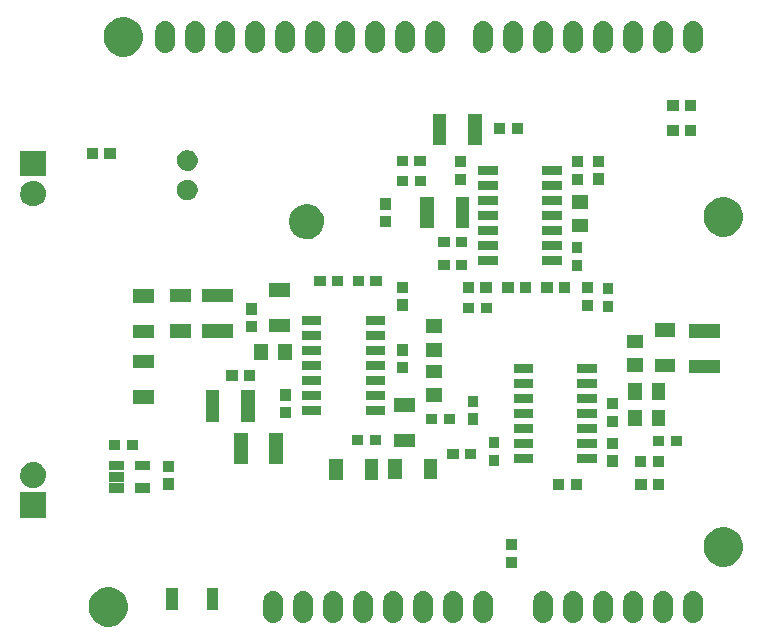
<source format=gts>
%TF.GenerationSoftware,KiCad,Pcbnew,4.0.7-e2-6376~58~ubuntu16.04.1*%
%TF.CreationDate,2017-10-04T18:34:51-07:00*%
%TF.ProjectId,mcphail-zero-analog-shield,6D63706861696C2D7A65726F2D616E61,v1.0*%
%TF.FileFunction,Soldermask,Top*%
%FSLAX46Y46*%
G04 Gerber Fmt 4.6, Leading zero omitted, Abs format (unit mm)*
G04 Created by KiCad (PCBNEW 4.0.7-e2-6376~58~ubuntu16.04.1) date Wed Oct  4 18:34:51 2017*
%MOMM*%
%LPD*%
G01*
G04 APERTURE LIST*
%ADD10C,0.350000*%
G04 APERTURE END LIST*
D10*
G36*
X45259749Y-168212606D02*
X45579347Y-168278210D01*
X45880128Y-168404647D01*
X46150616Y-168587094D01*
X46380516Y-168818603D01*
X46561069Y-169090358D01*
X46685400Y-169392008D01*
X46748704Y-169711717D01*
X46748704Y-169711727D01*
X46748771Y-169712066D01*
X46743568Y-170084726D01*
X46743491Y-170085064D01*
X46743491Y-170085073D01*
X46671285Y-170402890D01*
X46538581Y-170700947D01*
X46350508Y-170967557D01*
X46114233Y-171192559D01*
X45838756Y-171367382D01*
X45534565Y-171485370D01*
X45213257Y-171542025D01*
X44887058Y-171535192D01*
X44568399Y-171465130D01*
X44269417Y-171334509D01*
X44001506Y-171148305D01*
X43774860Y-170913607D01*
X43598117Y-170639354D01*
X43478007Y-170335993D01*
X43419111Y-170015091D01*
X43423666Y-169688853D01*
X43491502Y-169369711D01*
X43620031Y-169069828D01*
X43804364Y-168800618D01*
X44037472Y-168572341D01*
X44310484Y-168393687D01*
X44612996Y-168271464D01*
X44933483Y-168210328D01*
X45259749Y-168212606D01*
X45259749Y-168212606D01*
G37*
G36*
X94783544Y-168539606D02*
X94939816Y-168587980D01*
X95083715Y-168665787D01*
X95209762Y-168770062D01*
X95313155Y-168896833D01*
X95389954Y-169041273D01*
X95437237Y-169197879D01*
X95453200Y-169360686D01*
X95453200Y-170389746D01*
X95453133Y-170399359D01*
X95453132Y-170399365D01*
X95453118Y-170401417D01*
X95434883Y-170563986D01*
X95385419Y-170719916D01*
X95306610Y-170863269D01*
X95201458Y-170988585D01*
X95073967Y-171091090D01*
X94928995Y-171166880D01*
X94772063Y-171213067D01*
X94772022Y-171213071D01*
X94772018Y-171213072D01*
X94609151Y-171227894D01*
X94609148Y-171227894D01*
X94446456Y-171210794D01*
X94290184Y-171162420D01*
X94146285Y-171084613D01*
X94020238Y-170980338D01*
X93916845Y-170853567D01*
X93840046Y-170709127D01*
X93792763Y-170552521D01*
X93776800Y-170389714D01*
X93776800Y-169360654D01*
X93776867Y-169351041D01*
X93776868Y-169351035D01*
X93776882Y-169348983D01*
X93795117Y-169186414D01*
X93844581Y-169030484D01*
X93923390Y-168887131D01*
X94028542Y-168761815D01*
X94156033Y-168659310D01*
X94301005Y-168583520D01*
X94457937Y-168537333D01*
X94457978Y-168537329D01*
X94457982Y-168537328D01*
X94620850Y-168522506D01*
X94620852Y-168522506D01*
X94783544Y-168539606D01*
X94783544Y-168539606D01*
G37*
G36*
X61763544Y-168539606D02*
X61919816Y-168587980D01*
X62063715Y-168665787D01*
X62189762Y-168770062D01*
X62293155Y-168896833D01*
X62369954Y-169041273D01*
X62417237Y-169197879D01*
X62433200Y-169360686D01*
X62433200Y-170389746D01*
X62433133Y-170399359D01*
X62433132Y-170399365D01*
X62433118Y-170401417D01*
X62414883Y-170563986D01*
X62365419Y-170719916D01*
X62286610Y-170863269D01*
X62181458Y-170988585D01*
X62053967Y-171091090D01*
X61908995Y-171166880D01*
X61752063Y-171213067D01*
X61752022Y-171213071D01*
X61752018Y-171213072D01*
X61589151Y-171227894D01*
X61589148Y-171227894D01*
X61426456Y-171210794D01*
X61270184Y-171162420D01*
X61126285Y-171084613D01*
X61000238Y-170980338D01*
X60896845Y-170853567D01*
X60820046Y-170709127D01*
X60772763Y-170552521D01*
X60756800Y-170389714D01*
X60756800Y-169360654D01*
X60756867Y-169351041D01*
X60756868Y-169351035D01*
X60756882Y-169348983D01*
X60775117Y-169186414D01*
X60824581Y-169030484D01*
X60903390Y-168887131D01*
X61008542Y-168761815D01*
X61136033Y-168659310D01*
X61281005Y-168583520D01*
X61437937Y-168537333D01*
X61437978Y-168537329D01*
X61437982Y-168537328D01*
X61600850Y-168522506D01*
X61600852Y-168522506D01*
X61763544Y-168539606D01*
X61763544Y-168539606D01*
G37*
G36*
X69383544Y-168539606D02*
X69539816Y-168587980D01*
X69683715Y-168665787D01*
X69809762Y-168770062D01*
X69913155Y-168896833D01*
X69989954Y-169041273D01*
X70037237Y-169197879D01*
X70053200Y-169360686D01*
X70053200Y-170389746D01*
X70053133Y-170399359D01*
X70053132Y-170399365D01*
X70053118Y-170401417D01*
X70034883Y-170563986D01*
X69985419Y-170719916D01*
X69906610Y-170863269D01*
X69801458Y-170988585D01*
X69673967Y-171091090D01*
X69528995Y-171166880D01*
X69372063Y-171213067D01*
X69372022Y-171213071D01*
X69372018Y-171213072D01*
X69209151Y-171227894D01*
X69209148Y-171227894D01*
X69046456Y-171210794D01*
X68890184Y-171162420D01*
X68746285Y-171084613D01*
X68620238Y-170980338D01*
X68516845Y-170853567D01*
X68440046Y-170709127D01*
X68392763Y-170552521D01*
X68376800Y-170389714D01*
X68376800Y-169360654D01*
X68376867Y-169351041D01*
X68376868Y-169351035D01*
X68376882Y-169348983D01*
X68395117Y-169186414D01*
X68444581Y-169030484D01*
X68523390Y-168887131D01*
X68628542Y-168761815D01*
X68756033Y-168659310D01*
X68901005Y-168583520D01*
X69057937Y-168537333D01*
X69057978Y-168537329D01*
X69057982Y-168537328D01*
X69220850Y-168522506D01*
X69220852Y-168522506D01*
X69383544Y-168539606D01*
X69383544Y-168539606D01*
G37*
G36*
X64303544Y-168539606D02*
X64459816Y-168587980D01*
X64603715Y-168665787D01*
X64729762Y-168770062D01*
X64833155Y-168896833D01*
X64909954Y-169041273D01*
X64957237Y-169197879D01*
X64973200Y-169360686D01*
X64973200Y-170389746D01*
X64973133Y-170399359D01*
X64973132Y-170399365D01*
X64973118Y-170401417D01*
X64954883Y-170563986D01*
X64905419Y-170719916D01*
X64826610Y-170863269D01*
X64721458Y-170988585D01*
X64593967Y-171091090D01*
X64448995Y-171166880D01*
X64292063Y-171213067D01*
X64292022Y-171213071D01*
X64292018Y-171213072D01*
X64129151Y-171227894D01*
X64129148Y-171227894D01*
X63966456Y-171210794D01*
X63810184Y-171162420D01*
X63666285Y-171084613D01*
X63540238Y-170980338D01*
X63436845Y-170853567D01*
X63360046Y-170709127D01*
X63312763Y-170552521D01*
X63296800Y-170389714D01*
X63296800Y-169360654D01*
X63296867Y-169351041D01*
X63296868Y-169351035D01*
X63296882Y-169348983D01*
X63315117Y-169186414D01*
X63364581Y-169030484D01*
X63443390Y-168887131D01*
X63548542Y-168761815D01*
X63676033Y-168659310D01*
X63821005Y-168583520D01*
X63977937Y-168537333D01*
X63977978Y-168537329D01*
X63977982Y-168537328D01*
X64140850Y-168522506D01*
X64140852Y-168522506D01*
X64303544Y-168539606D01*
X64303544Y-168539606D01*
G37*
G36*
X66843544Y-168539606D02*
X66999816Y-168587980D01*
X67143715Y-168665787D01*
X67269762Y-168770062D01*
X67373155Y-168896833D01*
X67449954Y-169041273D01*
X67497237Y-169197879D01*
X67513200Y-169360686D01*
X67513200Y-170389746D01*
X67513133Y-170399359D01*
X67513132Y-170399365D01*
X67513118Y-170401417D01*
X67494883Y-170563986D01*
X67445419Y-170719916D01*
X67366610Y-170863269D01*
X67261458Y-170988585D01*
X67133967Y-171091090D01*
X66988995Y-171166880D01*
X66832063Y-171213067D01*
X66832022Y-171213071D01*
X66832018Y-171213072D01*
X66669151Y-171227894D01*
X66669148Y-171227894D01*
X66506456Y-171210794D01*
X66350184Y-171162420D01*
X66206285Y-171084613D01*
X66080238Y-170980338D01*
X65976845Y-170853567D01*
X65900046Y-170709127D01*
X65852763Y-170552521D01*
X65836800Y-170389714D01*
X65836800Y-169360654D01*
X65836867Y-169351041D01*
X65836868Y-169351035D01*
X65836882Y-169348983D01*
X65855117Y-169186414D01*
X65904581Y-169030484D01*
X65983390Y-168887131D01*
X66088542Y-168761815D01*
X66216033Y-168659310D01*
X66361005Y-168583520D01*
X66517937Y-168537333D01*
X66517978Y-168537329D01*
X66517982Y-168537328D01*
X66680850Y-168522506D01*
X66680852Y-168522506D01*
X66843544Y-168539606D01*
X66843544Y-168539606D01*
G37*
G36*
X71923544Y-168539606D02*
X72079816Y-168587980D01*
X72223715Y-168665787D01*
X72349762Y-168770062D01*
X72453155Y-168896833D01*
X72529954Y-169041273D01*
X72577237Y-169197879D01*
X72593200Y-169360686D01*
X72593200Y-170389746D01*
X72593133Y-170399359D01*
X72593132Y-170399365D01*
X72593118Y-170401417D01*
X72574883Y-170563986D01*
X72525419Y-170719916D01*
X72446610Y-170863269D01*
X72341458Y-170988585D01*
X72213967Y-171091090D01*
X72068995Y-171166880D01*
X71912063Y-171213067D01*
X71912022Y-171213071D01*
X71912018Y-171213072D01*
X71749151Y-171227894D01*
X71749148Y-171227894D01*
X71586456Y-171210794D01*
X71430184Y-171162420D01*
X71286285Y-171084613D01*
X71160238Y-170980338D01*
X71056845Y-170853567D01*
X70980046Y-170709127D01*
X70932763Y-170552521D01*
X70916800Y-170389714D01*
X70916800Y-169360654D01*
X70916867Y-169351041D01*
X70916868Y-169351035D01*
X70916882Y-169348983D01*
X70935117Y-169186414D01*
X70984581Y-169030484D01*
X71063390Y-168887131D01*
X71168542Y-168761815D01*
X71296033Y-168659310D01*
X71441005Y-168583520D01*
X71597937Y-168537333D01*
X71597978Y-168537329D01*
X71597982Y-168537328D01*
X71760850Y-168522506D01*
X71760852Y-168522506D01*
X71923544Y-168539606D01*
X71923544Y-168539606D01*
G37*
G36*
X74463544Y-168539606D02*
X74619816Y-168587980D01*
X74763715Y-168665787D01*
X74889762Y-168770062D01*
X74993155Y-168896833D01*
X75069954Y-169041273D01*
X75117237Y-169197879D01*
X75133200Y-169360686D01*
X75133200Y-170389746D01*
X75133133Y-170399359D01*
X75133132Y-170399365D01*
X75133118Y-170401417D01*
X75114883Y-170563986D01*
X75065419Y-170719916D01*
X74986610Y-170863269D01*
X74881458Y-170988585D01*
X74753967Y-171091090D01*
X74608995Y-171166880D01*
X74452063Y-171213067D01*
X74452022Y-171213071D01*
X74452018Y-171213072D01*
X74289151Y-171227894D01*
X74289148Y-171227894D01*
X74126456Y-171210794D01*
X73970184Y-171162420D01*
X73826285Y-171084613D01*
X73700238Y-170980338D01*
X73596845Y-170853567D01*
X73520046Y-170709127D01*
X73472763Y-170552521D01*
X73456800Y-170389714D01*
X73456800Y-169360654D01*
X73456867Y-169351041D01*
X73456868Y-169351035D01*
X73456882Y-169348983D01*
X73475117Y-169186414D01*
X73524581Y-169030484D01*
X73603390Y-168887131D01*
X73708542Y-168761815D01*
X73836033Y-168659310D01*
X73981005Y-168583520D01*
X74137937Y-168537333D01*
X74137978Y-168537329D01*
X74137982Y-168537328D01*
X74300850Y-168522506D01*
X74300852Y-168522506D01*
X74463544Y-168539606D01*
X74463544Y-168539606D01*
G37*
G36*
X87163544Y-168539606D02*
X87319816Y-168587980D01*
X87463715Y-168665787D01*
X87589762Y-168770062D01*
X87693155Y-168896833D01*
X87769954Y-169041273D01*
X87817237Y-169197879D01*
X87833200Y-169360686D01*
X87833200Y-170389746D01*
X87833133Y-170399359D01*
X87833132Y-170399365D01*
X87833118Y-170401417D01*
X87814883Y-170563986D01*
X87765419Y-170719916D01*
X87686610Y-170863269D01*
X87581458Y-170988585D01*
X87453967Y-171091090D01*
X87308995Y-171166880D01*
X87152063Y-171213067D01*
X87152022Y-171213071D01*
X87152018Y-171213072D01*
X86989151Y-171227894D01*
X86989148Y-171227894D01*
X86826456Y-171210794D01*
X86670184Y-171162420D01*
X86526285Y-171084613D01*
X86400238Y-170980338D01*
X86296845Y-170853567D01*
X86220046Y-170709127D01*
X86172763Y-170552521D01*
X86156800Y-170389714D01*
X86156800Y-169360654D01*
X86156867Y-169351041D01*
X86156868Y-169351035D01*
X86156882Y-169348983D01*
X86175117Y-169186414D01*
X86224581Y-169030484D01*
X86303390Y-168887131D01*
X86408542Y-168761815D01*
X86536033Y-168659310D01*
X86681005Y-168583520D01*
X86837937Y-168537333D01*
X86837978Y-168537329D01*
X86837982Y-168537328D01*
X87000850Y-168522506D01*
X87000852Y-168522506D01*
X87163544Y-168539606D01*
X87163544Y-168539606D01*
G37*
G36*
X77003544Y-168539606D02*
X77159816Y-168587980D01*
X77303715Y-168665787D01*
X77429762Y-168770062D01*
X77533155Y-168896833D01*
X77609954Y-169041273D01*
X77657237Y-169197879D01*
X77673200Y-169360686D01*
X77673200Y-170389746D01*
X77673133Y-170399359D01*
X77673132Y-170399365D01*
X77673118Y-170401417D01*
X77654883Y-170563986D01*
X77605419Y-170719916D01*
X77526610Y-170863269D01*
X77421458Y-170988585D01*
X77293967Y-171091090D01*
X77148995Y-171166880D01*
X76992063Y-171213067D01*
X76992022Y-171213071D01*
X76992018Y-171213072D01*
X76829151Y-171227894D01*
X76829148Y-171227894D01*
X76666456Y-171210794D01*
X76510184Y-171162420D01*
X76366285Y-171084613D01*
X76240238Y-170980338D01*
X76136845Y-170853567D01*
X76060046Y-170709127D01*
X76012763Y-170552521D01*
X75996800Y-170389714D01*
X75996800Y-169360654D01*
X75996867Y-169351041D01*
X75996868Y-169351035D01*
X75996882Y-169348983D01*
X76015117Y-169186414D01*
X76064581Y-169030484D01*
X76143390Y-168887131D01*
X76248542Y-168761815D01*
X76376033Y-168659310D01*
X76521005Y-168583520D01*
X76677937Y-168537333D01*
X76677978Y-168537329D01*
X76677982Y-168537328D01*
X76840850Y-168522506D01*
X76840852Y-168522506D01*
X77003544Y-168539606D01*
X77003544Y-168539606D01*
G37*
G36*
X59223544Y-168539606D02*
X59379816Y-168587980D01*
X59523715Y-168665787D01*
X59649762Y-168770062D01*
X59753155Y-168896833D01*
X59829954Y-169041273D01*
X59877237Y-169197879D01*
X59893200Y-169360686D01*
X59893200Y-170389746D01*
X59893133Y-170399359D01*
X59893132Y-170399365D01*
X59893118Y-170401417D01*
X59874883Y-170563986D01*
X59825419Y-170719916D01*
X59746610Y-170863269D01*
X59641458Y-170988585D01*
X59513967Y-171091090D01*
X59368995Y-171166880D01*
X59212063Y-171213067D01*
X59212022Y-171213071D01*
X59212018Y-171213072D01*
X59049151Y-171227894D01*
X59049148Y-171227894D01*
X58886456Y-171210794D01*
X58730184Y-171162420D01*
X58586285Y-171084613D01*
X58460238Y-170980338D01*
X58356845Y-170853567D01*
X58280046Y-170709127D01*
X58232763Y-170552521D01*
X58216800Y-170389714D01*
X58216800Y-169360654D01*
X58216867Y-169351041D01*
X58216868Y-169351035D01*
X58216882Y-169348983D01*
X58235117Y-169186414D01*
X58284581Y-169030484D01*
X58363390Y-168887131D01*
X58468542Y-168761815D01*
X58596033Y-168659310D01*
X58741005Y-168583520D01*
X58897937Y-168537333D01*
X58897978Y-168537329D01*
X58897982Y-168537328D01*
X59060850Y-168522506D01*
X59060852Y-168522506D01*
X59223544Y-168539606D01*
X59223544Y-168539606D01*
G37*
G36*
X92243544Y-168539606D02*
X92399816Y-168587980D01*
X92543715Y-168665787D01*
X92669762Y-168770062D01*
X92773155Y-168896833D01*
X92849954Y-169041273D01*
X92897237Y-169197879D01*
X92913200Y-169360686D01*
X92913200Y-170389746D01*
X92913133Y-170399359D01*
X92913132Y-170399365D01*
X92913118Y-170401417D01*
X92894883Y-170563986D01*
X92845419Y-170719916D01*
X92766610Y-170863269D01*
X92661458Y-170988585D01*
X92533967Y-171091090D01*
X92388995Y-171166880D01*
X92232063Y-171213067D01*
X92232022Y-171213071D01*
X92232018Y-171213072D01*
X92069151Y-171227894D01*
X92069148Y-171227894D01*
X91906456Y-171210794D01*
X91750184Y-171162420D01*
X91606285Y-171084613D01*
X91480238Y-170980338D01*
X91376845Y-170853567D01*
X91300046Y-170709127D01*
X91252763Y-170552521D01*
X91236800Y-170389714D01*
X91236800Y-169360654D01*
X91236867Y-169351041D01*
X91236868Y-169351035D01*
X91236882Y-169348983D01*
X91255117Y-169186414D01*
X91304581Y-169030484D01*
X91383390Y-168887131D01*
X91488542Y-168761815D01*
X91616033Y-168659310D01*
X91761005Y-168583520D01*
X91917937Y-168537333D01*
X91917978Y-168537329D01*
X91917982Y-168537328D01*
X92080850Y-168522506D01*
X92080852Y-168522506D01*
X92243544Y-168539606D01*
X92243544Y-168539606D01*
G37*
G36*
X82083544Y-168539606D02*
X82239816Y-168587980D01*
X82383715Y-168665787D01*
X82509762Y-168770062D01*
X82613155Y-168896833D01*
X82689954Y-169041273D01*
X82737237Y-169197879D01*
X82753200Y-169360686D01*
X82753200Y-170389746D01*
X82753133Y-170399359D01*
X82753132Y-170399365D01*
X82753118Y-170401417D01*
X82734883Y-170563986D01*
X82685419Y-170719916D01*
X82606610Y-170863269D01*
X82501458Y-170988585D01*
X82373967Y-171091090D01*
X82228995Y-171166880D01*
X82072063Y-171213067D01*
X82072022Y-171213071D01*
X82072018Y-171213072D01*
X81909151Y-171227894D01*
X81909148Y-171227894D01*
X81746456Y-171210794D01*
X81590184Y-171162420D01*
X81446285Y-171084613D01*
X81320238Y-170980338D01*
X81216845Y-170853567D01*
X81140046Y-170709127D01*
X81092763Y-170552521D01*
X81076800Y-170389714D01*
X81076800Y-169360654D01*
X81076867Y-169351041D01*
X81076868Y-169351035D01*
X81076882Y-169348983D01*
X81095117Y-169186414D01*
X81144581Y-169030484D01*
X81223390Y-168887131D01*
X81328542Y-168761815D01*
X81456033Y-168659310D01*
X81601005Y-168583520D01*
X81757937Y-168537333D01*
X81757978Y-168537329D01*
X81757982Y-168537328D01*
X81920850Y-168522506D01*
X81920852Y-168522506D01*
X82083544Y-168539606D01*
X82083544Y-168539606D01*
G37*
G36*
X89703544Y-168539606D02*
X89859816Y-168587980D01*
X90003715Y-168665787D01*
X90129762Y-168770062D01*
X90233155Y-168896833D01*
X90309954Y-169041273D01*
X90357237Y-169197879D01*
X90373200Y-169360686D01*
X90373200Y-170389746D01*
X90373133Y-170399359D01*
X90373132Y-170399365D01*
X90373118Y-170401417D01*
X90354883Y-170563986D01*
X90305419Y-170719916D01*
X90226610Y-170863269D01*
X90121458Y-170988585D01*
X89993967Y-171091090D01*
X89848995Y-171166880D01*
X89692063Y-171213067D01*
X89692022Y-171213071D01*
X89692018Y-171213072D01*
X89529151Y-171227894D01*
X89529148Y-171227894D01*
X89366456Y-171210794D01*
X89210184Y-171162420D01*
X89066285Y-171084613D01*
X88940238Y-170980338D01*
X88836845Y-170853567D01*
X88760046Y-170709127D01*
X88712763Y-170552521D01*
X88696800Y-170389714D01*
X88696800Y-169360654D01*
X88696867Y-169351041D01*
X88696868Y-169351035D01*
X88696882Y-169348983D01*
X88715117Y-169186414D01*
X88764581Y-169030484D01*
X88843390Y-168887131D01*
X88948542Y-168761815D01*
X89076033Y-168659310D01*
X89221005Y-168583520D01*
X89377937Y-168537333D01*
X89377978Y-168537329D01*
X89377982Y-168537328D01*
X89540850Y-168522506D01*
X89540852Y-168522506D01*
X89703544Y-168539606D01*
X89703544Y-168539606D01*
G37*
G36*
X84623544Y-168539606D02*
X84779816Y-168587980D01*
X84923715Y-168665787D01*
X85049762Y-168770062D01*
X85153155Y-168896833D01*
X85229954Y-169041273D01*
X85277237Y-169197879D01*
X85293200Y-169360686D01*
X85293200Y-170389746D01*
X85293133Y-170399359D01*
X85293132Y-170399365D01*
X85293118Y-170401417D01*
X85274883Y-170563986D01*
X85225419Y-170719916D01*
X85146610Y-170863269D01*
X85041458Y-170988585D01*
X84913967Y-171091090D01*
X84768995Y-171166880D01*
X84612063Y-171213067D01*
X84612022Y-171213071D01*
X84612018Y-171213072D01*
X84449151Y-171227894D01*
X84449148Y-171227894D01*
X84286456Y-171210794D01*
X84130184Y-171162420D01*
X83986285Y-171084613D01*
X83860238Y-170980338D01*
X83756845Y-170853567D01*
X83680046Y-170709127D01*
X83632763Y-170552521D01*
X83616800Y-170389714D01*
X83616800Y-169360654D01*
X83616867Y-169351041D01*
X83616868Y-169351035D01*
X83616882Y-169348983D01*
X83635117Y-169186414D01*
X83684581Y-169030484D01*
X83763390Y-168887131D01*
X83868542Y-168761815D01*
X83996033Y-168659310D01*
X84141005Y-168583520D01*
X84297937Y-168537333D01*
X84297978Y-168537329D01*
X84297982Y-168537328D01*
X84460850Y-168522506D01*
X84460852Y-168522506D01*
X84623544Y-168539606D01*
X84623544Y-168539606D01*
G37*
G36*
X50971400Y-170141000D02*
X50019000Y-170141000D01*
X50019000Y-168288600D01*
X50971400Y-168288600D01*
X50971400Y-170141000D01*
X50971400Y-170141000D01*
G37*
G36*
X54371400Y-170141000D02*
X53419000Y-170141000D01*
X53419000Y-168288600D01*
X54371400Y-168288600D01*
X54371400Y-170141000D01*
X54371400Y-170141000D01*
G37*
G36*
X79673800Y-166568200D02*
X78771400Y-166568200D01*
X78771400Y-165615800D01*
X79673800Y-165615800D01*
X79673800Y-166568200D01*
X79673800Y-166568200D01*
G37*
G36*
X97329749Y-163132606D02*
X97649347Y-163198210D01*
X97950128Y-163324647D01*
X98220616Y-163507094D01*
X98450516Y-163738603D01*
X98631069Y-164010358D01*
X98755400Y-164312008D01*
X98818704Y-164631717D01*
X98818704Y-164631727D01*
X98818771Y-164632066D01*
X98813568Y-165004726D01*
X98813491Y-165005064D01*
X98813491Y-165005073D01*
X98741285Y-165322890D01*
X98608581Y-165620947D01*
X98420508Y-165887557D01*
X98184233Y-166112559D01*
X97908756Y-166287382D01*
X97604565Y-166405370D01*
X97283257Y-166462025D01*
X96957058Y-166455192D01*
X96638399Y-166385130D01*
X96339417Y-166254509D01*
X96071506Y-166068305D01*
X95844860Y-165833607D01*
X95668117Y-165559354D01*
X95548007Y-165255993D01*
X95489111Y-164935091D01*
X95493666Y-164608853D01*
X95561502Y-164289711D01*
X95690031Y-163989828D01*
X95874364Y-163720618D01*
X96107472Y-163492341D01*
X96380484Y-163313687D01*
X96682996Y-163191464D01*
X97003483Y-163130328D01*
X97329749Y-163132606D01*
X97329749Y-163132606D01*
G37*
G36*
X79673800Y-165068200D02*
X78771400Y-165068200D01*
X78771400Y-164115800D01*
X79673800Y-164115800D01*
X79673800Y-165068200D01*
X79673800Y-165068200D01*
G37*
G36*
X39827200Y-162331400D02*
X37642800Y-162331400D01*
X37642800Y-160147000D01*
X39827200Y-160147000D01*
X39827200Y-162331400D01*
X39827200Y-162331400D01*
G37*
G36*
X48586800Y-160218000D02*
X47374400Y-160218000D01*
X47374400Y-159415600D01*
X48586800Y-159415600D01*
X48586800Y-160218000D01*
X48586800Y-160218000D01*
G37*
G36*
X46386800Y-160218000D02*
X45174400Y-160218000D01*
X45174400Y-159415600D01*
X46386800Y-159415600D01*
X46386800Y-160218000D01*
X46386800Y-160218000D01*
G37*
G36*
X92166520Y-159973360D02*
X91214120Y-159973360D01*
X91214120Y-159070960D01*
X92166520Y-159070960D01*
X92166520Y-159973360D01*
X92166520Y-159973360D01*
G37*
G36*
X90666520Y-159973360D02*
X89714120Y-159973360D01*
X89714120Y-159070960D01*
X90666520Y-159070960D01*
X90666520Y-159973360D01*
X90666520Y-159973360D01*
G37*
G36*
X85212000Y-159963200D02*
X84259600Y-159963200D01*
X84259600Y-159060800D01*
X85212000Y-159060800D01*
X85212000Y-159963200D01*
X85212000Y-159963200D01*
G37*
G36*
X83712000Y-159963200D02*
X82759600Y-159963200D01*
X82759600Y-159060800D01*
X83712000Y-159060800D01*
X83712000Y-159963200D01*
X83712000Y-159963200D01*
G37*
G36*
X50616200Y-159937400D02*
X49713800Y-159937400D01*
X49713800Y-158985000D01*
X50616200Y-158985000D01*
X50616200Y-159937400D01*
X50616200Y-159937400D01*
G37*
G36*
X38746395Y-157607042D02*
X38755534Y-157607106D01*
X38967366Y-157630867D01*
X39170548Y-157695320D01*
X39357342Y-157798011D01*
X39520632Y-157935028D01*
X39654199Y-158101151D01*
X39752955Y-158290055D01*
X39813139Y-158494542D01*
X39813143Y-158494583D01*
X39813144Y-158494587D01*
X39832459Y-158706823D01*
X39810183Y-158918770D01*
X39810181Y-158918775D01*
X39810177Y-158918817D01*
X39747144Y-159122445D01*
X39645760Y-159309950D01*
X39509886Y-159474193D01*
X39344699Y-159608917D01*
X39156490Y-159708989D01*
X38952428Y-159770599D01*
X38740285Y-159791400D01*
X38729679Y-159791400D01*
X38723605Y-159791358D01*
X38714466Y-159791294D01*
X38502634Y-159767533D01*
X38299452Y-159703080D01*
X38112658Y-159600389D01*
X37949368Y-159463372D01*
X37815801Y-159297249D01*
X37717045Y-159108345D01*
X37656861Y-158903858D01*
X37656857Y-158903817D01*
X37656856Y-158903813D01*
X37637541Y-158691577D01*
X37659817Y-158479630D01*
X37659819Y-158479625D01*
X37659823Y-158479583D01*
X37722856Y-158275955D01*
X37824240Y-158088450D01*
X37960114Y-157924207D01*
X38125301Y-157789483D01*
X38313510Y-157689411D01*
X38517572Y-157627801D01*
X38729715Y-157607000D01*
X38740321Y-157607000D01*
X38746395Y-157607042D01*
X38746395Y-157607042D01*
G37*
G36*
X46386800Y-159268000D02*
X45174400Y-159268000D01*
X45174400Y-158465600D01*
X46386800Y-158465600D01*
X46386800Y-159268000D01*
X46386800Y-159268000D01*
G37*
G36*
X64938400Y-159118200D02*
X63786000Y-159118200D01*
X63786000Y-157365800D01*
X64938400Y-157365800D01*
X64938400Y-159118200D01*
X64938400Y-159118200D01*
G37*
G36*
X67938400Y-159118200D02*
X66786000Y-159118200D01*
X66786000Y-157365800D01*
X67938400Y-157365800D01*
X67938400Y-159118200D01*
X67938400Y-159118200D01*
G37*
G36*
X69940800Y-159067400D02*
X68788400Y-159067400D01*
X68788400Y-157315000D01*
X69940800Y-157315000D01*
X69940800Y-159067400D01*
X69940800Y-159067400D01*
G37*
G36*
X72940800Y-159067400D02*
X71788400Y-159067400D01*
X71788400Y-157315000D01*
X72940800Y-157315000D01*
X72940800Y-159067400D01*
X72940800Y-159067400D01*
G37*
G36*
X50616200Y-158437400D02*
X49713800Y-158437400D01*
X49713800Y-157485000D01*
X50616200Y-157485000D01*
X50616200Y-158437400D01*
X50616200Y-158437400D01*
G37*
G36*
X46386800Y-158318000D02*
X45174400Y-158318000D01*
X45174400Y-157515600D01*
X46386800Y-157515600D01*
X46386800Y-158318000D01*
X46386800Y-158318000D01*
G37*
G36*
X48586800Y-158318000D02*
X47374400Y-158318000D01*
X47374400Y-157515600D01*
X48586800Y-157515600D01*
X48586800Y-158318000D01*
X48586800Y-158318000D01*
G37*
G36*
X92156364Y-158018146D02*
X91203964Y-158018146D01*
X91203964Y-157115746D01*
X92156364Y-157115746D01*
X92156364Y-158018146D01*
X92156364Y-158018146D01*
G37*
G36*
X90656364Y-158018146D02*
X89703964Y-158018146D01*
X89703964Y-157115746D01*
X90656364Y-157115746D01*
X90656364Y-158018146D01*
X90656364Y-158018146D01*
G37*
G36*
X88259000Y-158007000D02*
X87356600Y-158007000D01*
X87356600Y-157054600D01*
X88259000Y-157054600D01*
X88259000Y-158007000D01*
X88259000Y-158007000D01*
G37*
G36*
X78200600Y-157956200D02*
X77298200Y-157956200D01*
X77298200Y-157003800D01*
X78200600Y-157003800D01*
X78200600Y-157956200D01*
X78200600Y-157956200D01*
G37*
G36*
X59888000Y-157790200D02*
X58735600Y-157790200D01*
X58735600Y-155137800D01*
X59888000Y-155137800D01*
X59888000Y-157790200D01*
X59888000Y-157790200D01*
G37*
G36*
X56888000Y-157790200D02*
X55735600Y-157790200D01*
X55735600Y-155137800D01*
X56888000Y-155137800D01*
X56888000Y-157790200D01*
X56888000Y-157790200D01*
G37*
G36*
X86459764Y-157663746D02*
X84807364Y-157663746D01*
X84807364Y-156911346D01*
X86459764Y-156911346D01*
X86459764Y-157663746D01*
X86459764Y-157663746D01*
G37*
G36*
X81059764Y-157663746D02*
X79407364Y-157663746D01*
X79407364Y-156911346D01*
X81059764Y-156911346D01*
X81059764Y-157663746D01*
X81059764Y-157663746D01*
G37*
G36*
X76244400Y-157372400D02*
X75292000Y-157372400D01*
X75292000Y-156470000D01*
X76244400Y-156470000D01*
X76244400Y-157372400D01*
X76244400Y-157372400D01*
G37*
G36*
X74744400Y-157372400D02*
X73792000Y-157372400D01*
X73792000Y-156470000D01*
X74744400Y-156470000D01*
X74744400Y-157372400D01*
X74744400Y-157372400D01*
G37*
G36*
X47593200Y-156610400D02*
X46640800Y-156610400D01*
X46640800Y-155708000D01*
X47593200Y-155708000D01*
X47593200Y-156610400D01*
X47593200Y-156610400D01*
G37*
G36*
X46093200Y-156610400D02*
X45140800Y-156610400D01*
X45140800Y-155708000D01*
X46093200Y-155708000D01*
X46093200Y-156610400D01*
X46093200Y-156610400D01*
G37*
G36*
X88259000Y-156507000D02*
X87356600Y-156507000D01*
X87356600Y-155554600D01*
X88259000Y-155554600D01*
X88259000Y-156507000D01*
X88259000Y-156507000D01*
G37*
G36*
X78200600Y-156456200D02*
X77298200Y-156456200D01*
X77298200Y-155503800D01*
X78200600Y-155503800D01*
X78200600Y-156456200D01*
X78200600Y-156456200D01*
G37*
G36*
X86459764Y-156393746D02*
X84807364Y-156393746D01*
X84807364Y-155641346D01*
X86459764Y-155641346D01*
X86459764Y-156393746D01*
X86459764Y-156393746D01*
G37*
G36*
X81059764Y-156393746D02*
X79407364Y-156393746D01*
X79407364Y-155641346D01*
X81059764Y-155641346D01*
X81059764Y-156393746D01*
X81059764Y-156393746D01*
G37*
G36*
X71056400Y-156355800D02*
X69304000Y-156355800D01*
X69304000Y-155203400D01*
X71056400Y-155203400D01*
X71056400Y-156355800D01*
X71056400Y-156355800D01*
G37*
G36*
X93656800Y-156278246D02*
X92704400Y-156278246D01*
X92704400Y-155375846D01*
X93656800Y-155375846D01*
X93656800Y-156278246D01*
X93656800Y-156278246D01*
G37*
G36*
X92156800Y-156278246D02*
X91204400Y-156278246D01*
X91204400Y-155375846D01*
X92156800Y-155375846D01*
X92156800Y-156278246D01*
X92156800Y-156278246D01*
G37*
G36*
X66667200Y-156204000D02*
X65714800Y-156204000D01*
X65714800Y-155301600D01*
X66667200Y-155301600D01*
X66667200Y-156204000D01*
X66667200Y-156204000D01*
G37*
G36*
X68167200Y-156204000D02*
X67214800Y-156204000D01*
X67214800Y-155301600D01*
X68167200Y-155301600D01*
X68167200Y-156204000D01*
X68167200Y-156204000D01*
G37*
G36*
X81059764Y-155123746D02*
X79407364Y-155123746D01*
X79407364Y-154371346D01*
X81059764Y-154371346D01*
X81059764Y-155123746D01*
X81059764Y-155123746D01*
G37*
G36*
X86459764Y-155123746D02*
X84807364Y-155123746D01*
X84807364Y-154371346D01*
X86459764Y-154371346D01*
X86459764Y-155123746D01*
X86459764Y-155123746D01*
G37*
G36*
X88208200Y-154630200D02*
X87305800Y-154630200D01*
X87305800Y-153677800D01*
X88208200Y-153677800D01*
X88208200Y-154630200D01*
X88208200Y-154630200D01*
G37*
G36*
X92263600Y-154574400D02*
X91111200Y-154574400D01*
X91111200Y-153172000D01*
X92263600Y-153172000D01*
X92263600Y-154574400D01*
X92263600Y-154574400D01*
G37*
G36*
X90263600Y-154574400D02*
X89111200Y-154574400D01*
X89111200Y-153172000D01*
X90263600Y-153172000D01*
X90263600Y-154574400D01*
X90263600Y-154574400D01*
G37*
G36*
X76422600Y-154451000D02*
X75520200Y-154451000D01*
X75520200Y-153498600D01*
X76422600Y-153498600D01*
X76422600Y-154451000D01*
X76422600Y-154451000D01*
G37*
G36*
X72928491Y-154426299D02*
X71976091Y-154426299D01*
X71976091Y-153523899D01*
X72928491Y-153523899D01*
X72928491Y-154426299D01*
X72928491Y-154426299D01*
G37*
G36*
X74428491Y-154426299D02*
X73476091Y-154426299D01*
X73476091Y-153523899D01*
X74428491Y-153523899D01*
X74428491Y-154426299D01*
X74428491Y-154426299D01*
G37*
G36*
X54500400Y-154183400D02*
X53348000Y-154183400D01*
X53348000Y-151531000D01*
X54500400Y-151531000D01*
X54500400Y-154183400D01*
X54500400Y-154183400D01*
G37*
G36*
X57500400Y-154183400D02*
X56348000Y-154183400D01*
X56348000Y-151531000D01*
X57500400Y-151531000D01*
X57500400Y-154183400D01*
X57500400Y-154183400D01*
G37*
G36*
X60535091Y-153919299D02*
X59632691Y-153919299D01*
X59632691Y-152966899D01*
X60535091Y-152966899D01*
X60535091Y-153919299D01*
X60535091Y-153919299D01*
G37*
G36*
X86459764Y-153853746D02*
X84807364Y-153853746D01*
X84807364Y-153101346D01*
X86459764Y-153101346D01*
X86459764Y-153853746D01*
X86459764Y-153853746D01*
G37*
G36*
X81059764Y-153853746D02*
X79407364Y-153853746D01*
X79407364Y-153101346D01*
X81059764Y-153101346D01*
X81059764Y-153853746D01*
X81059764Y-153853746D01*
G37*
G36*
X68532400Y-153639800D02*
X66880000Y-153639800D01*
X66880000Y-152887400D01*
X68532400Y-152887400D01*
X68532400Y-153639800D01*
X68532400Y-153639800D01*
G37*
G36*
X63132400Y-153639800D02*
X61480000Y-153639800D01*
X61480000Y-152887400D01*
X63132400Y-152887400D01*
X63132400Y-153639800D01*
X63132400Y-153639800D01*
G37*
G36*
X71056400Y-153355800D02*
X69304000Y-153355800D01*
X69304000Y-152203400D01*
X71056400Y-152203400D01*
X71056400Y-153355800D01*
X71056400Y-153355800D01*
G37*
G36*
X88208200Y-153130200D02*
X87305800Y-153130200D01*
X87305800Y-152177800D01*
X88208200Y-152177800D01*
X88208200Y-153130200D01*
X88208200Y-153130200D01*
G37*
G36*
X76422600Y-152951000D02*
X75520200Y-152951000D01*
X75520200Y-151998600D01*
X76422600Y-151998600D01*
X76422600Y-152951000D01*
X76422600Y-152951000D01*
G37*
G36*
X48958400Y-152671400D02*
X47206000Y-152671400D01*
X47206000Y-151519000D01*
X48958400Y-151519000D01*
X48958400Y-152671400D01*
X48958400Y-152671400D01*
G37*
G36*
X86459764Y-152583746D02*
X84807364Y-152583746D01*
X84807364Y-151831346D01*
X86459764Y-151831346D01*
X86459764Y-152583746D01*
X86459764Y-152583746D01*
G37*
G36*
X81059764Y-152583746D02*
X79407364Y-152583746D01*
X79407364Y-151831346D01*
X81059764Y-151831346D01*
X81059764Y-152583746D01*
X81059764Y-152583746D01*
G37*
G36*
X73383491Y-152519299D02*
X71981091Y-152519299D01*
X71981091Y-151366899D01*
X73383491Y-151366899D01*
X73383491Y-152519299D01*
X73383491Y-152519299D01*
G37*
G36*
X60535091Y-152419299D02*
X59632691Y-152419299D01*
X59632691Y-151466899D01*
X60535091Y-151466899D01*
X60535091Y-152419299D01*
X60535091Y-152419299D01*
G37*
G36*
X68532400Y-152369800D02*
X66880000Y-152369800D01*
X66880000Y-151617400D01*
X68532400Y-151617400D01*
X68532400Y-152369800D01*
X68532400Y-152369800D01*
G37*
G36*
X63132400Y-152369800D02*
X61480000Y-152369800D01*
X61480000Y-151617400D01*
X63132400Y-151617400D01*
X63132400Y-152369800D01*
X63132400Y-152369800D01*
G37*
G36*
X92263600Y-152339200D02*
X91111200Y-152339200D01*
X91111200Y-150936800D01*
X92263600Y-150936800D01*
X92263600Y-152339200D01*
X92263600Y-152339200D01*
G37*
G36*
X90263600Y-152339200D02*
X89111200Y-152339200D01*
X89111200Y-150936800D01*
X90263600Y-150936800D01*
X90263600Y-152339200D01*
X90263600Y-152339200D01*
G37*
G36*
X86459764Y-151313746D02*
X84807364Y-151313746D01*
X84807364Y-150561346D01*
X86459764Y-150561346D01*
X86459764Y-151313746D01*
X86459764Y-151313746D01*
G37*
G36*
X81059764Y-151313746D02*
X79407364Y-151313746D01*
X79407364Y-150561346D01*
X81059764Y-150561346D01*
X81059764Y-151313746D01*
X81059764Y-151313746D01*
G37*
G36*
X63132400Y-151099800D02*
X61480000Y-151099800D01*
X61480000Y-150347400D01*
X63132400Y-150347400D01*
X63132400Y-151099800D01*
X63132400Y-151099800D01*
G37*
G36*
X68532400Y-151099800D02*
X66880000Y-151099800D01*
X66880000Y-150347400D01*
X68532400Y-150347400D01*
X68532400Y-151099800D01*
X68532400Y-151099800D01*
G37*
G36*
X57550000Y-150717600D02*
X56597600Y-150717600D01*
X56597600Y-149815200D01*
X57550000Y-149815200D01*
X57550000Y-150717600D01*
X57550000Y-150717600D01*
G37*
G36*
X56050000Y-150717600D02*
X55097600Y-150717600D01*
X55097600Y-149815200D01*
X56050000Y-149815200D01*
X56050000Y-150717600D01*
X56050000Y-150717600D01*
G37*
G36*
X73383491Y-150519299D02*
X71981091Y-150519299D01*
X71981091Y-149366899D01*
X73383491Y-149366899D01*
X73383491Y-150519299D01*
X73383491Y-150519299D01*
G37*
G36*
X70441091Y-150109299D02*
X69538691Y-150109299D01*
X69538691Y-149156899D01*
X70441091Y-149156899D01*
X70441091Y-150109299D01*
X70441091Y-150109299D01*
G37*
G36*
X96906400Y-150083400D02*
X94254000Y-150083400D01*
X94254000Y-148931000D01*
X96906400Y-148931000D01*
X96906400Y-150083400D01*
X96906400Y-150083400D01*
G37*
G36*
X86459764Y-150043746D02*
X84807364Y-150043746D01*
X84807364Y-149291346D01*
X86459764Y-149291346D01*
X86459764Y-150043746D01*
X86459764Y-150043746D01*
G37*
G36*
X81059764Y-150043746D02*
X79407364Y-150043746D01*
X79407364Y-149291346D01*
X81059764Y-149291346D01*
X81059764Y-150043746D01*
X81059764Y-150043746D01*
G37*
G36*
X93103600Y-150005800D02*
X91351200Y-150005800D01*
X91351200Y-148853400D01*
X93103600Y-148853400D01*
X93103600Y-150005800D01*
X93103600Y-150005800D01*
G37*
G36*
X90388600Y-149979000D02*
X88986200Y-149979000D01*
X88986200Y-148826600D01*
X90388600Y-148826600D01*
X90388600Y-149979000D01*
X90388600Y-149979000D01*
G37*
G36*
X68532400Y-149829800D02*
X66880000Y-149829800D01*
X66880000Y-149077400D01*
X68532400Y-149077400D01*
X68532400Y-149829800D01*
X68532400Y-149829800D01*
G37*
G36*
X63132400Y-149829800D02*
X61480000Y-149829800D01*
X61480000Y-149077400D01*
X63132400Y-149077400D01*
X63132400Y-149829800D01*
X63132400Y-149829800D01*
G37*
G36*
X48958400Y-149671400D02*
X47206000Y-149671400D01*
X47206000Y-148519000D01*
X48958400Y-148519000D01*
X48958400Y-149671400D01*
X48958400Y-149671400D01*
G37*
G36*
X60609291Y-148999399D02*
X59456891Y-148999399D01*
X59456891Y-147596999D01*
X60609291Y-147596999D01*
X60609291Y-148999399D01*
X60609291Y-148999399D01*
G37*
G36*
X58609291Y-148999399D02*
X57456891Y-148999399D01*
X57456891Y-147596999D01*
X58609291Y-147596999D01*
X58609291Y-148999399D01*
X58609291Y-148999399D01*
G37*
G36*
X73383491Y-148693299D02*
X71981091Y-148693299D01*
X71981091Y-147540899D01*
X73383491Y-147540899D01*
X73383491Y-148693299D01*
X73383491Y-148693299D01*
G37*
G36*
X70441091Y-148609299D02*
X69538691Y-148609299D01*
X69538691Y-147656899D01*
X70441091Y-147656899D01*
X70441091Y-148609299D01*
X70441091Y-148609299D01*
G37*
G36*
X68532400Y-148559800D02*
X66880000Y-148559800D01*
X66880000Y-147807400D01*
X68532400Y-147807400D01*
X68532400Y-148559800D01*
X68532400Y-148559800D01*
G37*
G36*
X63132400Y-148559800D02*
X61480000Y-148559800D01*
X61480000Y-147807400D01*
X63132400Y-147807400D01*
X63132400Y-148559800D01*
X63132400Y-148559800D01*
G37*
G36*
X90388600Y-147979000D02*
X88986200Y-147979000D01*
X88986200Y-146826600D01*
X90388600Y-146826600D01*
X90388600Y-147979000D01*
X90388600Y-147979000D01*
G37*
G36*
X63132400Y-147289800D02*
X61480000Y-147289800D01*
X61480000Y-146537400D01*
X63132400Y-146537400D01*
X63132400Y-147289800D01*
X63132400Y-147289800D01*
G37*
G36*
X68532400Y-147289800D02*
X66880000Y-147289800D01*
X66880000Y-146537400D01*
X68532400Y-146537400D01*
X68532400Y-147289800D01*
X68532400Y-147289800D01*
G37*
G36*
X48958400Y-147137000D02*
X47206000Y-147137000D01*
X47206000Y-145984600D01*
X48958400Y-145984600D01*
X48958400Y-147137000D01*
X48958400Y-147137000D01*
G37*
G36*
X52057200Y-147086200D02*
X50304800Y-147086200D01*
X50304800Y-145933800D01*
X52057200Y-145933800D01*
X52057200Y-147086200D01*
X52057200Y-147086200D01*
G37*
G36*
X55656800Y-147086200D02*
X53004400Y-147086200D01*
X53004400Y-145933800D01*
X55656800Y-145933800D01*
X55656800Y-147086200D01*
X55656800Y-147086200D01*
G37*
G36*
X96906400Y-147083400D02*
X94254000Y-147083400D01*
X94254000Y-145931000D01*
X96906400Y-145931000D01*
X96906400Y-147083400D01*
X96906400Y-147083400D01*
G37*
G36*
X93103600Y-147005800D02*
X91351200Y-147005800D01*
X91351200Y-145853400D01*
X93103600Y-145853400D01*
X93103600Y-147005800D01*
X93103600Y-147005800D01*
G37*
G36*
X73383491Y-146693299D02*
X71981091Y-146693299D01*
X71981091Y-145540899D01*
X73383491Y-145540899D01*
X73383491Y-146693299D01*
X73383491Y-146693299D01*
G37*
G36*
X60490000Y-146629000D02*
X58737600Y-146629000D01*
X58737600Y-145476600D01*
X60490000Y-145476600D01*
X60490000Y-146629000D01*
X60490000Y-146629000D01*
G37*
G36*
X57677400Y-146627800D02*
X56775000Y-146627800D01*
X56775000Y-145675400D01*
X57677400Y-145675400D01*
X57677400Y-146627800D01*
X57677400Y-146627800D01*
G37*
G36*
X63132400Y-146019800D02*
X61480000Y-146019800D01*
X61480000Y-145267400D01*
X63132400Y-145267400D01*
X63132400Y-146019800D01*
X63132400Y-146019800D01*
G37*
G36*
X68532400Y-146019800D02*
X66880000Y-146019800D01*
X66880000Y-145267400D01*
X68532400Y-145267400D01*
X68532400Y-146019800D01*
X68532400Y-146019800D01*
G37*
G36*
X57677400Y-145127800D02*
X56775000Y-145127800D01*
X56775000Y-144175400D01*
X57677400Y-144175400D01*
X57677400Y-145127800D01*
X57677400Y-145127800D01*
G37*
G36*
X76092000Y-145028000D02*
X75139600Y-145028000D01*
X75139600Y-144125600D01*
X76092000Y-144125600D01*
X76092000Y-145028000D01*
X76092000Y-145028000D01*
G37*
G36*
X77592000Y-145028000D02*
X76639600Y-145028000D01*
X76639600Y-144125600D01*
X77592000Y-144125600D01*
X77592000Y-145028000D01*
X77592000Y-145028000D01*
G37*
G36*
X87857979Y-144890949D02*
X86955579Y-144890949D01*
X86955579Y-143938549D01*
X87857979Y-143938549D01*
X87857979Y-144890949D01*
X87857979Y-144890949D01*
G37*
G36*
X86105379Y-144828149D02*
X85202979Y-144828149D01*
X85202979Y-143875749D01*
X86105379Y-143875749D01*
X86105379Y-144828149D01*
X86105379Y-144828149D01*
G37*
G36*
X70428200Y-144799000D02*
X69525800Y-144799000D01*
X69525800Y-143846600D01*
X70428200Y-143846600D01*
X70428200Y-144799000D01*
X70428200Y-144799000D01*
G37*
G36*
X48958400Y-144137000D02*
X47206000Y-144137000D01*
X47206000Y-142984600D01*
X48958400Y-142984600D01*
X48958400Y-144137000D01*
X48958400Y-144137000D01*
G37*
G36*
X52057200Y-144086200D02*
X50304800Y-144086200D01*
X50304800Y-142933800D01*
X52057200Y-142933800D01*
X52057200Y-144086200D01*
X52057200Y-144086200D01*
G37*
G36*
X55656800Y-144086200D02*
X53004400Y-144086200D01*
X53004400Y-142933800D01*
X55656800Y-142933800D01*
X55656800Y-144086200D01*
X55656800Y-144086200D01*
G37*
G36*
X60490000Y-143629000D02*
X58737600Y-143629000D01*
X58737600Y-142476600D01*
X60490000Y-142476600D01*
X60490000Y-143629000D01*
X60490000Y-143629000D01*
G37*
G36*
X87857979Y-143390949D02*
X86955579Y-143390949D01*
X86955579Y-142438549D01*
X87857979Y-142438549D01*
X87857979Y-143390949D01*
X87857979Y-143390949D01*
G37*
G36*
X86105379Y-143328149D02*
X85202979Y-143328149D01*
X85202979Y-142375749D01*
X86105379Y-142375749D01*
X86105379Y-143328149D01*
X86105379Y-143328149D01*
G37*
G36*
X82708000Y-143300800D02*
X81755600Y-143300800D01*
X81755600Y-142398400D01*
X82708000Y-142398400D01*
X82708000Y-143300800D01*
X82708000Y-143300800D01*
G37*
G36*
X80918000Y-143300800D02*
X79965600Y-143300800D01*
X79965600Y-142398400D01*
X80918000Y-142398400D01*
X80918000Y-143300800D01*
X80918000Y-143300800D01*
G37*
G36*
X79418000Y-143300800D02*
X78465600Y-143300800D01*
X78465600Y-142398400D01*
X79418000Y-142398400D01*
X79418000Y-143300800D01*
X79418000Y-143300800D01*
G37*
G36*
X77553200Y-143300800D02*
X76600800Y-143300800D01*
X76600800Y-142398400D01*
X77553200Y-142398400D01*
X77553200Y-143300800D01*
X77553200Y-143300800D01*
G37*
G36*
X76053200Y-143300800D02*
X75100800Y-143300800D01*
X75100800Y-142398400D01*
X76053200Y-142398400D01*
X76053200Y-143300800D01*
X76053200Y-143300800D01*
G37*
G36*
X84208000Y-143300800D02*
X83255600Y-143300800D01*
X83255600Y-142398400D01*
X84208000Y-142398400D01*
X84208000Y-143300800D01*
X84208000Y-143300800D01*
G37*
G36*
X70428200Y-143299000D02*
X69525800Y-143299000D01*
X69525800Y-142346600D01*
X70428200Y-142346600D01*
X70428200Y-143299000D01*
X70428200Y-143299000D01*
G37*
G36*
X65001783Y-142742299D02*
X64049383Y-142742299D01*
X64049383Y-141839899D01*
X65001783Y-141839899D01*
X65001783Y-142742299D01*
X65001783Y-142742299D01*
G37*
G36*
X68230891Y-142742299D02*
X67278491Y-142742299D01*
X67278491Y-141839899D01*
X68230891Y-141839899D01*
X68230891Y-142742299D01*
X68230891Y-142742299D01*
G37*
G36*
X66730891Y-142742299D02*
X65778491Y-142742299D01*
X65778491Y-141839899D01*
X66730891Y-141839899D01*
X66730891Y-142742299D01*
X66730891Y-142742299D01*
G37*
G36*
X63501783Y-142742299D02*
X62549383Y-142742299D01*
X62549383Y-141839899D01*
X63501783Y-141839899D01*
X63501783Y-142742299D01*
X63501783Y-142742299D01*
G37*
G36*
X85213540Y-141428420D02*
X84311140Y-141428420D01*
X84311140Y-140476020D01*
X85213540Y-140476020D01*
X85213540Y-141428420D01*
X85213540Y-141428420D01*
G37*
G36*
X73982400Y-141370400D02*
X73030000Y-141370400D01*
X73030000Y-140468000D01*
X73982400Y-140468000D01*
X73982400Y-141370400D01*
X73982400Y-141370400D01*
G37*
G36*
X75482400Y-141370400D02*
X74530000Y-141370400D01*
X74530000Y-140468000D01*
X75482400Y-140468000D01*
X75482400Y-141370400D01*
X75482400Y-141370400D01*
G37*
G36*
X83467600Y-140889000D02*
X81815200Y-140889000D01*
X81815200Y-140136600D01*
X83467600Y-140136600D01*
X83467600Y-140889000D01*
X83467600Y-140889000D01*
G37*
G36*
X78067600Y-140889000D02*
X76415200Y-140889000D01*
X76415200Y-140136600D01*
X78067600Y-140136600D01*
X78067600Y-140889000D01*
X78067600Y-140889000D01*
G37*
G36*
X85213540Y-139928420D02*
X84311140Y-139928420D01*
X84311140Y-138976020D01*
X85213540Y-138976020D01*
X85213540Y-139928420D01*
X85213540Y-139928420D01*
G37*
G36*
X78067600Y-139619000D02*
X76415200Y-139619000D01*
X76415200Y-138866600D01*
X78067600Y-138866600D01*
X78067600Y-139619000D01*
X78067600Y-139619000D01*
G37*
G36*
X83467600Y-139619000D02*
X81815200Y-139619000D01*
X81815200Y-138866600D01*
X83467600Y-138866600D01*
X83467600Y-139619000D01*
X83467600Y-139619000D01*
G37*
G36*
X73982400Y-139440000D02*
X73030000Y-139440000D01*
X73030000Y-138537600D01*
X73982400Y-138537600D01*
X73982400Y-139440000D01*
X73982400Y-139440000D01*
G37*
G36*
X75482400Y-139440000D02*
X74530000Y-139440000D01*
X74530000Y-138537600D01*
X75482400Y-138537600D01*
X75482400Y-139440000D01*
X75482400Y-139440000D01*
G37*
G36*
X62054540Y-135789379D02*
X62337542Y-135847472D01*
X62603884Y-135959431D01*
X62843400Y-136120987D01*
X63046975Y-136325988D01*
X63206853Y-136566625D01*
X63316948Y-136833735D01*
X63372995Y-137116796D01*
X63372995Y-137116801D01*
X63373063Y-137117145D01*
X63368455Y-137447134D01*
X63368379Y-137447468D01*
X63368379Y-137447481D01*
X63304449Y-137728868D01*
X63186941Y-137992796D01*
X63020403Y-138228877D01*
X62811182Y-138428116D01*
X62567246Y-138582923D01*
X62297890Y-138687399D01*
X62013372Y-138737568D01*
X61724523Y-138731517D01*
X61442351Y-138669477D01*
X61177604Y-138553812D01*
X60940370Y-138388930D01*
X60739676Y-138181106D01*
X60583171Y-137938257D01*
X60476814Y-137669630D01*
X60424662Y-137385473D01*
X60428695Y-137096590D01*
X60488764Y-136813992D01*
X60602576Y-136548446D01*
X60765801Y-136310062D01*
X60972218Y-136107923D01*
X61213969Y-135949726D01*
X61481843Y-135841498D01*
X61765632Y-135787363D01*
X62054540Y-135789379D01*
X62054540Y-135789379D01*
G37*
G36*
X97329749Y-135192606D02*
X97649347Y-135258210D01*
X97950128Y-135384647D01*
X98220616Y-135567094D01*
X98450516Y-135798603D01*
X98631069Y-136070358D01*
X98755400Y-136372008D01*
X98818704Y-136691717D01*
X98818704Y-136691727D01*
X98818771Y-136692066D01*
X98813568Y-137064726D01*
X98813491Y-137065064D01*
X98813491Y-137065073D01*
X98741285Y-137382890D01*
X98608581Y-137680947D01*
X98420508Y-137947557D01*
X98184233Y-138172559D01*
X97908756Y-138347382D01*
X97604565Y-138465370D01*
X97283257Y-138522025D01*
X96957058Y-138515192D01*
X96638399Y-138445130D01*
X96339417Y-138314509D01*
X96071506Y-138128305D01*
X95844860Y-137893607D01*
X95668117Y-137619354D01*
X95548007Y-137315993D01*
X95489111Y-136995091D01*
X95493666Y-136668853D01*
X95561502Y-136349711D01*
X95690031Y-136049828D01*
X95874364Y-135780618D01*
X96107472Y-135552341D01*
X96380484Y-135373687D01*
X96682996Y-135251464D01*
X97003483Y-135190328D01*
X97329749Y-135192606D01*
X97329749Y-135192606D01*
G37*
G36*
X78067600Y-138349000D02*
X76415200Y-138349000D01*
X76415200Y-137596600D01*
X78067600Y-137596600D01*
X78067600Y-138349000D01*
X78067600Y-138349000D01*
G37*
G36*
X83467600Y-138349000D02*
X81815200Y-138349000D01*
X81815200Y-137596600D01*
X83467600Y-137596600D01*
X83467600Y-138349000D01*
X83467600Y-138349000D01*
G37*
G36*
X85717540Y-138169020D02*
X84315140Y-138169020D01*
X84315140Y-137016620D01*
X85717540Y-137016620D01*
X85717540Y-138169020D01*
X85717540Y-138169020D01*
G37*
G36*
X75648440Y-137808020D02*
X74496040Y-137808020D01*
X74496040Y-135155620D01*
X75648440Y-135155620D01*
X75648440Y-137808020D01*
X75648440Y-137808020D01*
G37*
G36*
X72648440Y-137808020D02*
X71496040Y-137808020D01*
X71496040Y-135155620D01*
X72648440Y-135155620D01*
X72648440Y-137808020D01*
X72648440Y-137808020D01*
G37*
G36*
X69005800Y-137737800D02*
X68103400Y-137737800D01*
X68103400Y-136785400D01*
X69005800Y-136785400D01*
X69005800Y-137737800D01*
X69005800Y-137737800D01*
G37*
G36*
X78067600Y-137079000D02*
X76415200Y-137079000D01*
X76415200Y-136326600D01*
X78067600Y-136326600D01*
X78067600Y-137079000D01*
X78067600Y-137079000D01*
G37*
G36*
X83467600Y-137079000D02*
X81815200Y-137079000D01*
X81815200Y-136326600D01*
X83467600Y-136326600D01*
X83467600Y-137079000D01*
X83467600Y-137079000D01*
G37*
G36*
X69005800Y-136237800D02*
X68103400Y-136237800D01*
X68103400Y-135285400D01*
X69005800Y-135285400D01*
X69005800Y-136237800D01*
X69005800Y-136237800D01*
G37*
G36*
X85717540Y-136169020D02*
X84315140Y-136169020D01*
X84315140Y-135016620D01*
X85717540Y-135016620D01*
X85717540Y-136169020D01*
X85717540Y-136169020D01*
G37*
G36*
X38746395Y-133781842D02*
X38755534Y-133781906D01*
X38967366Y-133805667D01*
X39170548Y-133870120D01*
X39357342Y-133972811D01*
X39520632Y-134109828D01*
X39654199Y-134275951D01*
X39752955Y-134464855D01*
X39813139Y-134669342D01*
X39813143Y-134669383D01*
X39813144Y-134669387D01*
X39832459Y-134881623D01*
X39810183Y-135093570D01*
X39810181Y-135093575D01*
X39810177Y-135093617D01*
X39747144Y-135297245D01*
X39645760Y-135484750D01*
X39509886Y-135648993D01*
X39344699Y-135783717D01*
X39156490Y-135883789D01*
X38952428Y-135945399D01*
X38740285Y-135966200D01*
X38729679Y-135966200D01*
X38723605Y-135966158D01*
X38714466Y-135966094D01*
X38502634Y-135942333D01*
X38299452Y-135877880D01*
X38112658Y-135775189D01*
X37949368Y-135638172D01*
X37815801Y-135472049D01*
X37717045Y-135283145D01*
X37656861Y-135078658D01*
X37656857Y-135078617D01*
X37656856Y-135078613D01*
X37637541Y-134866377D01*
X37659817Y-134654430D01*
X37659819Y-134654425D01*
X37659823Y-134654383D01*
X37722856Y-134450755D01*
X37824240Y-134263250D01*
X37960114Y-134099007D01*
X38125301Y-133964283D01*
X38313510Y-133864211D01*
X38517572Y-133802601D01*
X38729715Y-133781800D01*
X38740321Y-133781800D01*
X38746395Y-133781842D01*
X38746395Y-133781842D01*
G37*
G36*
X78067600Y-135809000D02*
X76415200Y-135809000D01*
X76415200Y-135056600D01*
X78067600Y-135056600D01*
X78067600Y-135809000D01*
X78067600Y-135809000D01*
G37*
G36*
X83467600Y-135809000D02*
X81815200Y-135809000D01*
X81815200Y-135056600D01*
X83467600Y-135056600D01*
X83467600Y-135809000D01*
X83467600Y-135809000D01*
G37*
G36*
X51882635Y-133704382D02*
X52050950Y-133738933D01*
X52209362Y-133805523D01*
X52351816Y-133901609D01*
X52472894Y-134023535D01*
X52567981Y-134166654D01*
X52633463Y-134325524D01*
X52666769Y-134493735D01*
X52666838Y-134494084D01*
X52664097Y-134690348D01*
X52664020Y-134690686D01*
X52664020Y-134690695D01*
X52626029Y-134857913D01*
X52556140Y-135014885D01*
X52457090Y-135155298D01*
X52332653Y-135273797D01*
X52187570Y-135365870D01*
X52027369Y-135428008D01*
X51858148Y-135457847D01*
X51686351Y-135454247D01*
X51518528Y-135417350D01*
X51361066Y-135348556D01*
X51219970Y-135250492D01*
X51100605Y-135126886D01*
X51007522Y-134982449D01*
X50944264Y-134822678D01*
X50913247Y-134653676D01*
X50915645Y-134481859D01*
X50951372Y-134313780D01*
X51019062Y-134155845D01*
X51116143Y-134014063D01*
X51238911Y-133893839D01*
X51382696Y-133799750D01*
X51542016Y-133735379D01*
X51710801Y-133703183D01*
X51882635Y-133704382D01*
X51882635Y-133704382D01*
G37*
G36*
X78067600Y-134539000D02*
X76415200Y-134539000D01*
X76415200Y-133786600D01*
X78067600Y-133786600D01*
X78067600Y-134539000D01*
X78067600Y-134539000D01*
G37*
G36*
X83467600Y-134539000D02*
X81815200Y-134539000D01*
X81815200Y-133786600D01*
X83467600Y-133786600D01*
X83467600Y-134539000D01*
X83467600Y-134539000D01*
G37*
G36*
X70479740Y-134253320D02*
X69527340Y-134253320D01*
X69527340Y-133350920D01*
X70479740Y-133350920D01*
X70479740Y-134253320D01*
X70479740Y-134253320D01*
G37*
G36*
X71979740Y-134253320D02*
X71027340Y-134253320D01*
X71027340Y-133350920D01*
X71979740Y-133350920D01*
X71979740Y-134253320D01*
X71979740Y-134253320D01*
G37*
G36*
X75355800Y-134165420D02*
X74453400Y-134165420D01*
X74453400Y-133213020D01*
X75355800Y-133213020D01*
X75355800Y-134165420D01*
X75355800Y-134165420D01*
G37*
G36*
X85264340Y-134164020D02*
X84361940Y-134164020D01*
X84361940Y-133211620D01*
X85264340Y-133211620D01*
X85264340Y-134164020D01*
X85264340Y-134164020D01*
G37*
G36*
X87029640Y-134113920D02*
X86127240Y-134113920D01*
X86127240Y-133161520D01*
X87029640Y-133161520D01*
X87029640Y-134113920D01*
X87029640Y-134113920D01*
G37*
G36*
X39827200Y-133426200D02*
X37642800Y-133426200D01*
X37642800Y-131241800D01*
X39827200Y-131241800D01*
X39827200Y-133426200D01*
X39827200Y-133426200D01*
G37*
G36*
X78067600Y-133269000D02*
X76415200Y-133269000D01*
X76415200Y-132516600D01*
X78067600Y-132516600D01*
X78067600Y-133269000D01*
X78067600Y-133269000D01*
G37*
G36*
X83467600Y-133269000D02*
X81815200Y-133269000D01*
X81815200Y-132516600D01*
X83467600Y-132516600D01*
X83467600Y-133269000D01*
X83467600Y-133269000D01*
G37*
G36*
X51882635Y-131204382D02*
X52050950Y-131238933D01*
X52209362Y-131305523D01*
X52351816Y-131401609D01*
X52472894Y-131523535D01*
X52567981Y-131666654D01*
X52633463Y-131825524D01*
X52666769Y-131993735D01*
X52666838Y-131994084D01*
X52664097Y-132190348D01*
X52664020Y-132190686D01*
X52664020Y-132190695D01*
X52626029Y-132357913D01*
X52556140Y-132514885D01*
X52457090Y-132655298D01*
X52332653Y-132773797D01*
X52187570Y-132865870D01*
X52027369Y-132928008D01*
X51858148Y-132957847D01*
X51686351Y-132954247D01*
X51518528Y-132917350D01*
X51361066Y-132848556D01*
X51219970Y-132750492D01*
X51100605Y-132626886D01*
X51007522Y-132482449D01*
X50944264Y-132322678D01*
X50913247Y-132153676D01*
X50915645Y-131981859D01*
X50951372Y-131813780D01*
X51019062Y-131655845D01*
X51116143Y-131514063D01*
X51238911Y-131393839D01*
X51382696Y-131299750D01*
X51542016Y-131235379D01*
X51710801Y-131203183D01*
X51882635Y-131204382D01*
X51882635Y-131204382D01*
G37*
G36*
X75355800Y-132665420D02*
X74453400Y-132665420D01*
X74453400Y-131713020D01*
X75355800Y-131713020D01*
X75355800Y-132665420D01*
X75355800Y-132665420D01*
G37*
G36*
X85264340Y-132664020D02*
X84361940Y-132664020D01*
X84361940Y-131711620D01*
X85264340Y-131711620D01*
X85264340Y-132664020D01*
X85264340Y-132664020D01*
G37*
G36*
X87029640Y-132613920D02*
X86127240Y-132613920D01*
X86127240Y-131661520D01*
X87029640Y-131661520D01*
X87029640Y-132613920D01*
X87029640Y-132613920D01*
G37*
G36*
X71967740Y-132564220D02*
X71015340Y-132564220D01*
X71015340Y-131661820D01*
X71967740Y-131661820D01*
X71967740Y-132564220D01*
X71967740Y-132564220D01*
G37*
G36*
X70467740Y-132564220D02*
X69515340Y-132564220D01*
X69515340Y-131661820D01*
X70467740Y-131661820D01*
X70467740Y-132564220D01*
X70467740Y-132564220D01*
G37*
G36*
X45713600Y-131921600D02*
X44761200Y-131921600D01*
X44761200Y-131019200D01*
X45713600Y-131019200D01*
X45713600Y-131921600D01*
X45713600Y-131921600D01*
G37*
G36*
X44213600Y-131921600D02*
X43261200Y-131921600D01*
X43261200Y-131019200D01*
X44213600Y-131019200D01*
X44213600Y-131921600D01*
X44213600Y-131921600D01*
G37*
G36*
X73700000Y-130764600D02*
X72547600Y-130764600D01*
X72547600Y-128112200D01*
X73700000Y-128112200D01*
X73700000Y-130764600D01*
X73700000Y-130764600D01*
G37*
G36*
X76700000Y-130764600D02*
X75547600Y-130764600D01*
X75547600Y-128112200D01*
X76700000Y-128112200D01*
X76700000Y-130764600D01*
X76700000Y-130764600D01*
G37*
G36*
X94876000Y-129991200D02*
X93923600Y-129991200D01*
X93923600Y-129088800D01*
X94876000Y-129088800D01*
X94876000Y-129991200D01*
X94876000Y-129991200D01*
G37*
G36*
X93376000Y-129991200D02*
X92423600Y-129991200D01*
X92423600Y-129088800D01*
X93376000Y-129088800D01*
X93376000Y-129991200D01*
X93376000Y-129991200D01*
G37*
G36*
X80206800Y-129838800D02*
X79254400Y-129838800D01*
X79254400Y-128936400D01*
X80206800Y-128936400D01*
X80206800Y-129838800D01*
X80206800Y-129838800D01*
G37*
G36*
X78706800Y-129838800D02*
X77754400Y-129838800D01*
X77754400Y-128936400D01*
X78706800Y-128936400D01*
X78706800Y-129838800D01*
X78706800Y-129838800D01*
G37*
G36*
X93388000Y-127857600D02*
X92435600Y-127857600D01*
X92435600Y-126955200D01*
X93388000Y-126955200D01*
X93388000Y-127857600D01*
X93388000Y-127857600D01*
G37*
G36*
X94888000Y-127857600D02*
X93935600Y-127857600D01*
X93935600Y-126955200D01*
X94888000Y-126955200D01*
X94888000Y-127857600D01*
X94888000Y-127857600D01*
G37*
G36*
X46529749Y-119952606D02*
X46849347Y-120018210D01*
X47150128Y-120144647D01*
X47420616Y-120327094D01*
X47650516Y-120558603D01*
X47831069Y-120830358D01*
X47955400Y-121132008D01*
X48018704Y-121451717D01*
X48018704Y-121451727D01*
X48018771Y-121452066D01*
X48013568Y-121824726D01*
X48013491Y-121825064D01*
X48013491Y-121825073D01*
X47941285Y-122142890D01*
X47808581Y-122440947D01*
X47620508Y-122707557D01*
X47384233Y-122932559D01*
X47108756Y-123107382D01*
X46804565Y-123225370D01*
X46483257Y-123282025D01*
X46157058Y-123275192D01*
X45838399Y-123205130D01*
X45539417Y-123074509D01*
X45271506Y-122888305D01*
X45044860Y-122653607D01*
X44868117Y-122379354D01*
X44748007Y-122075993D01*
X44689111Y-121755091D01*
X44693666Y-121428853D01*
X44761502Y-121109711D01*
X44890031Y-120809828D01*
X45074364Y-120540618D01*
X45307472Y-120312341D01*
X45580484Y-120133687D01*
X45882996Y-120011464D01*
X46203483Y-119950328D01*
X46529749Y-119952606D01*
X46529749Y-119952606D01*
G37*
G36*
X92243544Y-120279606D02*
X92399816Y-120327980D01*
X92543715Y-120405787D01*
X92669762Y-120510062D01*
X92773155Y-120636833D01*
X92849954Y-120781273D01*
X92897237Y-120937879D01*
X92913200Y-121100686D01*
X92913200Y-122129746D01*
X92913133Y-122139359D01*
X92913132Y-122139365D01*
X92913118Y-122141417D01*
X92894883Y-122303986D01*
X92845419Y-122459916D01*
X92766610Y-122603269D01*
X92661458Y-122728585D01*
X92533967Y-122831090D01*
X92388995Y-122906880D01*
X92232063Y-122953067D01*
X92232022Y-122953071D01*
X92232018Y-122953072D01*
X92069151Y-122967894D01*
X92069148Y-122967894D01*
X91906456Y-122950794D01*
X91750184Y-122902420D01*
X91606285Y-122824613D01*
X91480238Y-122720338D01*
X91376845Y-122593567D01*
X91300046Y-122449127D01*
X91252763Y-122292521D01*
X91236800Y-122129714D01*
X91236800Y-121100654D01*
X91236867Y-121091041D01*
X91236868Y-121091035D01*
X91236882Y-121088983D01*
X91255117Y-120926414D01*
X91304581Y-120770484D01*
X91383390Y-120627131D01*
X91488542Y-120501815D01*
X91616033Y-120399310D01*
X91761005Y-120323520D01*
X91917937Y-120277333D01*
X91917978Y-120277329D01*
X91917982Y-120277328D01*
X92080850Y-120262506D01*
X92080852Y-120262506D01*
X92243544Y-120279606D01*
X92243544Y-120279606D01*
G37*
G36*
X94783544Y-120279606D02*
X94939816Y-120327980D01*
X95083715Y-120405787D01*
X95209762Y-120510062D01*
X95313155Y-120636833D01*
X95389954Y-120781273D01*
X95437237Y-120937879D01*
X95453200Y-121100686D01*
X95453200Y-122129746D01*
X95453133Y-122139359D01*
X95453132Y-122139365D01*
X95453118Y-122141417D01*
X95434883Y-122303986D01*
X95385419Y-122459916D01*
X95306610Y-122603269D01*
X95201458Y-122728585D01*
X95073967Y-122831090D01*
X94928995Y-122906880D01*
X94772063Y-122953067D01*
X94772022Y-122953071D01*
X94772018Y-122953072D01*
X94609151Y-122967894D01*
X94609148Y-122967894D01*
X94446456Y-122950794D01*
X94290184Y-122902420D01*
X94146285Y-122824613D01*
X94020238Y-122720338D01*
X93916845Y-122593567D01*
X93840046Y-122449127D01*
X93792763Y-122292521D01*
X93776800Y-122129714D01*
X93776800Y-121100654D01*
X93776867Y-121091041D01*
X93776868Y-121091035D01*
X93776882Y-121088983D01*
X93795117Y-120926414D01*
X93844581Y-120770484D01*
X93923390Y-120627131D01*
X94028542Y-120501815D01*
X94156033Y-120399310D01*
X94301005Y-120323520D01*
X94457937Y-120277333D01*
X94457978Y-120277329D01*
X94457982Y-120277328D01*
X94620850Y-120262506D01*
X94620852Y-120262506D01*
X94783544Y-120279606D01*
X94783544Y-120279606D01*
G37*
G36*
X84623544Y-120279606D02*
X84779816Y-120327980D01*
X84923715Y-120405787D01*
X85049762Y-120510062D01*
X85153155Y-120636833D01*
X85229954Y-120781273D01*
X85277237Y-120937879D01*
X85293200Y-121100686D01*
X85293200Y-122129746D01*
X85293133Y-122139359D01*
X85293132Y-122139365D01*
X85293118Y-122141417D01*
X85274883Y-122303986D01*
X85225419Y-122459916D01*
X85146610Y-122603269D01*
X85041458Y-122728585D01*
X84913967Y-122831090D01*
X84768995Y-122906880D01*
X84612063Y-122953067D01*
X84612022Y-122953071D01*
X84612018Y-122953072D01*
X84449151Y-122967894D01*
X84449148Y-122967894D01*
X84286456Y-122950794D01*
X84130184Y-122902420D01*
X83986285Y-122824613D01*
X83860238Y-122720338D01*
X83756845Y-122593567D01*
X83680046Y-122449127D01*
X83632763Y-122292521D01*
X83616800Y-122129714D01*
X83616800Y-121100654D01*
X83616867Y-121091041D01*
X83616868Y-121091035D01*
X83616882Y-121088983D01*
X83635117Y-120926414D01*
X83684581Y-120770484D01*
X83763390Y-120627131D01*
X83868542Y-120501815D01*
X83996033Y-120399310D01*
X84141005Y-120323520D01*
X84297937Y-120277333D01*
X84297978Y-120277329D01*
X84297982Y-120277328D01*
X84460850Y-120262506D01*
X84460852Y-120262506D01*
X84623544Y-120279606D01*
X84623544Y-120279606D01*
G37*
G36*
X87163544Y-120279606D02*
X87319816Y-120327980D01*
X87463715Y-120405787D01*
X87589762Y-120510062D01*
X87693155Y-120636833D01*
X87769954Y-120781273D01*
X87817237Y-120937879D01*
X87833200Y-121100686D01*
X87833200Y-122129746D01*
X87833133Y-122139359D01*
X87833132Y-122139365D01*
X87833118Y-122141417D01*
X87814883Y-122303986D01*
X87765419Y-122459916D01*
X87686610Y-122603269D01*
X87581458Y-122728585D01*
X87453967Y-122831090D01*
X87308995Y-122906880D01*
X87152063Y-122953067D01*
X87152022Y-122953071D01*
X87152018Y-122953072D01*
X86989151Y-122967894D01*
X86989148Y-122967894D01*
X86826456Y-122950794D01*
X86670184Y-122902420D01*
X86526285Y-122824613D01*
X86400238Y-122720338D01*
X86296845Y-122593567D01*
X86220046Y-122449127D01*
X86172763Y-122292521D01*
X86156800Y-122129714D01*
X86156800Y-121100654D01*
X86156867Y-121091041D01*
X86156868Y-121091035D01*
X86156882Y-121088983D01*
X86175117Y-120926414D01*
X86224581Y-120770484D01*
X86303390Y-120627131D01*
X86408542Y-120501815D01*
X86536033Y-120399310D01*
X86681005Y-120323520D01*
X86837937Y-120277333D01*
X86837978Y-120277329D01*
X86837982Y-120277328D01*
X87000850Y-120262506D01*
X87000852Y-120262506D01*
X87163544Y-120279606D01*
X87163544Y-120279606D01*
G37*
G36*
X89703544Y-120279606D02*
X89859816Y-120327980D01*
X90003715Y-120405787D01*
X90129762Y-120510062D01*
X90233155Y-120636833D01*
X90309954Y-120781273D01*
X90357237Y-120937879D01*
X90373200Y-121100686D01*
X90373200Y-122129746D01*
X90373133Y-122139359D01*
X90373132Y-122139365D01*
X90373118Y-122141417D01*
X90354883Y-122303986D01*
X90305419Y-122459916D01*
X90226610Y-122603269D01*
X90121458Y-122728585D01*
X89993967Y-122831090D01*
X89848995Y-122906880D01*
X89692063Y-122953067D01*
X89692022Y-122953071D01*
X89692018Y-122953072D01*
X89529151Y-122967894D01*
X89529148Y-122967894D01*
X89366456Y-122950794D01*
X89210184Y-122902420D01*
X89066285Y-122824613D01*
X88940238Y-122720338D01*
X88836845Y-122593567D01*
X88760046Y-122449127D01*
X88712763Y-122292521D01*
X88696800Y-122129714D01*
X88696800Y-121100654D01*
X88696867Y-121091041D01*
X88696868Y-121091035D01*
X88696882Y-121088983D01*
X88715117Y-120926414D01*
X88764581Y-120770484D01*
X88843390Y-120627131D01*
X88948542Y-120501815D01*
X89076033Y-120399310D01*
X89221005Y-120323520D01*
X89377937Y-120277333D01*
X89377978Y-120277329D01*
X89377982Y-120277328D01*
X89540850Y-120262506D01*
X89540852Y-120262506D01*
X89703544Y-120279606D01*
X89703544Y-120279606D01*
G37*
G36*
X50079544Y-120279606D02*
X50235816Y-120327980D01*
X50379715Y-120405787D01*
X50505762Y-120510062D01*
X50609155Y-120636833D01*
X50685954Y-120781273D01*
X50733237Y-120937879D01*
X50749200Y-121100686D01*
X50749200Y-122129746D01*
X50749133Y-122139359D01*
X50749132Y-122139365D01*
X50749118Y-122141417D01*
X50730883Y-122303986D01*
X50681419Y-122459916D01*
X50602610Y-122603269D01*
X50497458Y-122728585D01*
X50369967Y-122831090D01*
X50224995Y-122906880D01*
X50068063Y-122953067D01*
X50068022Y-122953071D01*
X50068018Y-122953072D01*
X49905151Y-122967894D01*
X49905148Y-122967894D01*
X49742456Y-122950794D01*
X49586184Y-122902420D01*
X49442285Y-122824613D01*
X49316238Y-122720338D01*
X49212845Y-122593567D01*
X49136046Y-122449127D01*
X49088763Y-122292521D01*
X49072800Y-122129714D01*
X49072800Y-121100654D01*
X49072867Y-121091041D01*
X49072868Y-121091035D01*
X49072882Y-121088983D01*
X49091117Y-120926414D01*
X49140581Y-120770484D01*
X49219390Y-120627131D01*
X49324542Y-120501815D01*
X49452033Y-120399310D01*
X49597005Y-120323520D01*
X49753937Y-120277333D01*
X49753978Y-120277329D01*
X49753982Y-120277328D01*
X49916850Y-120262506D01*
X49916852Y-120262506D01*
X50079544Y-120279606D01*
X50079544Y-120279606D01*
G37*
G36*
X52619544Y-120279606D02*
X52775816Y-120327980D01*
X52919715Y-120405787D01*
X53045762Y-120510062D01*
X53149155Y-120636833D01*
X53225954Y-120781273D01*
X53273237Y-120937879D01*
X53289200Y-121100686D01*
X53289200Y-122129746D01*
X53289133Y-122139359D01*
X53289132Y-122139365D01*
X53289118Y-122141417D01*
X53270883Y-122303986D01*
X53221419Y-122459916D01*
X53142610Y-122603269D01*
X53037458Y-122728585D01*
X52909967Y-122831090D01*
X52764995Y-122906880D01*
X52608063Y-122953067D01*
X52608022Y-122953071D01*
X52608018Y-122953072D01*
X52445151Y-122967894D01*
X52445148Y-122967894D01*
X52282456Y-122950794D01*
X52126184Y-122902420D01*
X51982285Y-122824613D01*
X51856238Y-122720338D01*
X51752845Y-122593567D01*
X51676046Y-122449127D01*
X51628763Y-122292521D01*
X51612800Y-122129714D01*
X51612800Y-121100654D01*
X51612867Y-121091041D01*
X51612868Y-121091035D01*
X51612882Y-121088983D01*
X51631117Y-120926414D01*
X51680581Y-120770484D01*
X51759390Y-120627131D01*
X51864542Y-120501815D01*
X51992033Y-120399310D01*
X52137005Y-120323520D01*
X52293937Y-120277333D01*
X52293978Y-120277329D01*
X52293982Y-120277328D01*
X52456850Y-120262506D01*
X52456852Y-120262506D01*
X52619544Y-120279606D01*
X52619544Y-120279606D01*
G37*
G36*
X55159544Y-120279606D02*
X55315816Y-120327980D01*
X55459715Y-120405787D01*
X55585762Y-120510062D01*
X55689155Y-120636833D01*
X55765954Y-120781273D01*
X55813237Y-120937879D01*
X55829200Y-121100686D01*
X55829200Y-122129746D01*
X55829133Y-122139359D01*
X55829132Y-122139365D01*
X55829118Y-122141417D01*
X55810883Y-122303986D01*
X55761419Y-122459916D01*
X55682610Y-122603269D01*
X55577458Y-122728585D01*
X55449967Y-122831090D01*
X55304995Y-122906880D01*
X55148063Y-122953067D01*
X55148022Y-122953071D01*
X55148018Y-122953072D01*
X54985151Y-122967894D01*
X54985148Y-122967894D01*
X54822456Y-122950794D01*
X54666184Y-122902420D01*
X54522285Y-122824613D01*
X54396238Y-122720338D01*
X54292845Y-122593567D01*
X54216046Y-122449127D01*
X54168763Y-122292521D01*
X54152800Y-122129714D01*
X54152800Y-121100654D01*
X54152867Y-121091041D01*
X54152868Y-121091035D01*
X54152882Y-121088983D01*
X54171117Y-120926414D01*
X54220581Y-120770484D01*
X54299390Y-120627131D01*
X54404542Y-120501815D01*
X54532033Y-120399310D01*
X54677005Y-120323520D01*
X54833937Y-120277333D01*
X54833978Y-120277329D01*
X54833982Y-120277328D01*
X54996850Y-120262506D01*
X54996852Y-120262506D01*
X55159544Y-120279606D01*
X55159544Y-120279606D01*
G37*
G36*
X57699544Y-120279606D02*
X57855816Y-120327980D01*
X57999715Y-120405787D01*
X58125762Y-120510062D01*
X58229155Y-120636833D01*
X58305954Y-120781273D01*
X58353237Y-120937879D01*
X58369200Y-121100686D01*
X58369200Y-122129746D01*
X58369133Y-122139359D01*
X58369132Y-122139365D01*
X58369118Y-122141417D01*
X58350883Y-122303986D01*
X58301419Y-122459916D01*
X58222610Y-122603269D01*
X58117458Y-122728585D01*
X57989967Y-122831090D01*
X57844995Y-122906880D01*
X57688063Y-122953067D01*
X57688022Y-122953071D01*
X57688018Y-122953072D01*
X57525151Y-122967894D01*
X57525148Y-122967894D01*
X57362456Y-122950794D01*
X57206184Y-122902420D01*
X57062285Y-122824613D01*
X56936238Y-122720338D01*
X56832845Y-122593567D01*
X56756046Y-122449127D01*
X56708763Y-122292521D01*
X56692800Y-122129714D01*
X56692800Y-121100654D01*
X56692867Y-121091041D01*
X56692868Y-121091035D01*
X56692882Y-121088983D01*
X56711117Y-120926414D01*
X56760581Y-120770484D01*
X56839390Y-120627131D01*
X56944542Y-120501815D01*
X57072033Y-120399310D01*
X57217005Y-120323520D01*
X57373937Y-120277333D01*
X57373978Y-120277329D01*
X57373982Y-120277328D01*
X57536850Y-120262506D01*
X57536852Y-120262506D01*
X57699544Y-120279606D01*
X57699544Y-120279606D01*
G37*
G36*
X60239544Y-120279606D02*
X60395816Y-120327980D01*
X60539715Y-120405787D01*
X60665762Y-120510062D01*
X60769155Y-120636833D01*
X60845954Y-120781273D01*
X60893237Y-120937879D01*
X60909200Y-121100686D01*
X60909200Y-122129746D01*
X60909133Y-122139359D01*
X60909132Y-122139365D01*
X60909118Y-122141417D01*
X60890883Y-122303986D01*
X60841419Y-122459916D01*
X60762610Y-122603269D01*
X60657458Y-122728585D01*
X60529967Y-122831090D01*
X60384995Y-122906880D01*
X60228063Y-122953067D01*
X60228022Y-122953071D01*
X60228018Y-122953072D01*
X60065151Y-122967894D01*
X60065148Y-122967894D01*
X59902456Y-122950794D01*
X59746184Y-122902420D01*
X59602285Y-122824613D01*
X59476238Y-122720338D01*
X59372845Y-122593567D01*
X59296046Y-122449127D01*
X59248763Y-122292521D01*
X59232800Y-122129714D01*
X59232800Y-121100654D01*
X59232867Y-121091041D01*
X59232868Y-121091035D01*
X59232882Y-121088983D01*
X59251117Y-120926414D01*
X59300581Y-120770484D01*
X59379390Y-120627131D01*
X59484542Y-120501815D01*
X59612033Y-120399310D01*
X59757005Y-120323520D01*
X59913937Y-120277333D01*
X59913978Y-120277329D01*
X59913982Y-120277328D01*
X60076850Y-120262506D01*
X60076852Y-120262506D01*
X60239544Y-120279606D01*
X60239544Y-120279606D01*
G37*
G36*
X62779544Y-120279606D02*
X62935816Y-120327980D01*
X63079715Y-120405787D01*
X63205762Y-120510062D01*
X63309155Y-120636833D01*
X63385954Y-120781273D01*
X63433237Y-120937879D01*
X63449200Y-121100686D01*
X63449200Y-122129746D01*
X63449133Y-122139359D01*
X63449132Y-122139365D01*
X63449118Y-122141417D01*
X63430883Y-122303986D01*
X63381419Y-122459916D01*
X63302610Y-122603269D01*
X63197458Y-122728585D01*
X63069967Y-122831090D01*
X62924995Y-122906880D01*
X62768063Y-122953067D01*
X62768022Y-122953071D01*
X62768018Y-122953072D01*
X62605151Y-122967894D01*
X62605148Y-122967894D01*
X62442456Y-122950794D01*
X62286184Y-122902420D01*
X62142285Y-122824613D01*
X62016238Y-122720338D01*
X61912845Y-122593567D01*
X61836046Y-122449127D01*
X61788763Y-122292521D01*
X61772800Y-122129714D01*
X61772800Y-121100654D01*
X61772867Y-121091041D01*
X61772868Y-121091035D01*
X61772882Y-121088983D01*
X61791117Y-120926414D01*
X61840581Y-120770484D01*
X61919390Y-120627131D01*
X62024542Y-120501815D01*
X62152033Y-120399310D01*
X62297005Y-120323520D01*
X62453937Y-120277333D01*
X62453978Y-120277329D01*
X62453982Y-120277328D01*
X62616850Y-120262506D01*
X62616852Y-120262506D01*
X62779544Y-120279606D01*
X62779544Y-120279606D01*
G37*
G36*
X65319544Y-120279606D02*
X65475816Y-120327980D01*
X65619715Y-120405787D01*
X65745762Y-120510062D01*
X65849155Y-120636833D01*
X65925954Y-120781273D01*
X65973237Y-120937879D01*
X65989200Y-121100686D01*
X65989200Y-122129746D01*
X65989133Y-122139359D01*
X65989132Y-122139365D01*
X65989118Y-122141417D01*
X65970883Y-122303986D01*
X65921419Y-122459916D01*
X65842610Y-122603269D01*
X65737458Y-122728585D01*
X65609967Y-122831090D01*
X65464995Y-122906880D01*
X65308063Y-122953067D01*
X65308022Y-122953071D01*
X65308018Y-122953072D01*
X65145151Y-122967894D01*
X65145148Y-122967894D01*
X64982456Y-122950794D01*
X64826184Y-122902420D01*
X64682285Y-122824613D01*
X64556238Y-122720338D01*
X64452845Y-122593567D01*
X64376046Y-122449127D01*
X64328763Y-122292521D01*
X64312800Y-122129714D01*
X64312800Y-121100654D01*
X64312867Y-121091041D01*
X64312868Y-121091035D01*
X64312882Y-121088983D01*
X64331117Y-120926414D01*
X64380581Y-120770484D01*
X64459390Y-120627131D01*
X64564542Y-120501815D01*
X64692033Y-120399310D01*
X64837005Y-120323520D01*
X64993937Y-120277333D01*
X64993978Y-120277329D01*
X64993982Y-120277328D01*
X65156850Y-120262506D01*
X65156852Y-120262506D01*
X65319544Y-120279606D01*
X65319544Y-120279606D01*
G37*
G36*
X67859544Y-120279606D02*
X68015816Y-120327980D01*
X68159715Y-120405787D01*
X68285762Y-120510062D01*
X68389155Y-120636833D01*
X68465954Y-120781273D01*
X68513237Y-120937879D01*
X68529200Y-121100686D01*
X68529200Y-122129746D01*
X68529133Y-122139359D01*
X68529132Y-122139365D01*
X68529118Y-122141417D01*
X68510883Y-122303986D01*
X68461419Y-122459916D01*
X68382610Y-122603269D01*
X68277458Y-122728585D01*
X68149967Y-122831090D01*
X68004995Y-122906880D01*
X67848063Y-122953067D01*
X67848022Y-122953071D01*
X67848018Y-122953072D01*
X67685151Y-122967894D01*
X67685148Y-122967894D01*
X67522456Y-122950794D01*
X67366184Y-122902420D01*
X67222285Y-122824613D01*
X67096238Y-122720338D01*
X66992845Y-122593567D01*
X66916046Y-122449127D01*
X66868763Y-122292521D01*
X66852800Y-122129714D01*
X66852800Y-121100654D01*
X66852867Y-121091041D01*
X66852868Y-121091035D01*
X66852882Y-121088983D01*
X66871117Y-120926414D01*
X66920581Y-120770484D01*
X66999390Y-120627131D01*
X67104542Y-120501815D01*
X67232033Y-120399310D01*
X67377005Y-120323520D01*
X67533937Y-120277333D01*
X67533978Y-120277329D01*
X67533982Y-120277328D01*
X67696850Y-120262506D01*
X67696852Y-120262506D01*
X67859544Y-120279606D01*
X67859544Y-120279606D01*
G37*
G36*
X70399544Y-120279606D02*
X70555816Y-120327980D01*
X70699715Y-120405787D01*
X70825762Y-120510062D01*
X70929155Y-120636833D01*
X71005954Y-120781273D01*
X71053237Y-120937879D01*
X71069200Y-121100686D01*
X71069200Y-122129746D01*
X71069133Y-122139359D01*
X71069132Y-122139365D01*
X71069118Y-122141417D01*
X71050883Y-122303986D01*
X71001419Y-122459916D01*
X70922610Y-122603269D01*
X70817458Y-122728585D01*
X70689967Y-122831090D01*
X70544995Y-122906880D01*
X70388063Y-122953067D01*
X70388022Y-122953071D01*
X70388018Y-122953072D01*
X70225151Y-122967894D01*
X70225148Y-122967894D01*
X70062456Y-122950794D01*
X69906184Y-122902420D01*
X69762285Y-122824613D01*
X69636238Y-122720338D01*
X69532845Y-122593567D01*
X69456046Y-122449127D01*
X69408763Y-122292521D01*
X69392800Y-122129714D01*
X69392800Y-121100654D01*
X69392867Y-121091041D01*
X69392868Y-121091035D01*
X69392882Y-121088983D01*
X69411117Y-120926414D01*
X69460581Y-120770484D01*
X69539390Y-120627131D01*
X69644542Y-120501815D01*
X69772033Y-120399310D01*
X69917005Y-120323520D01*
X70073937Y-120277333D01*
X70073978Y-120277329D01*
X70073982Y-120277328D01*
X70236850Y-120262506D01*
X70236852Y-120262506D01*
X70399544Y-120279606D01*
X70399544Y-120279606D01*
G37*
G36*
X72939544Y-120279606D02*
X73095816Y-120327980D01*
X73239715Y-120405787D01*
X73365762Y-120510062D01*
X73469155Y-120636833D01*
X73545954Y-120781273D01*
X73593237Y-120937879D01*
X73609200Y-121100686D01*
X73609200Y-122129746D01*
X73609133Y-122139359D01*
X73609132Y-122139365D01*
X73609118Y-122141417D01*
X73590883Y-122303986D01*
X73541419Y-122459916D01*
X73462610Y-122603269D01*
X73357458Y-122728585D01*
X73229967Y-122831090D01*
X73084995Y-122906880D01*
X72928063Y-122953067D01*
X72928022Y-122953071D01*
X72928018Y-122953072D01*
X72765151Y-122967894D01*
X72765148Y-122967894D01*
X72602456Y-122950794D01*
X72446184Y-122902420D01*
X72302285Y-122824613D01*
X72176238Y-122720338D01*
X72072845Y-122593567D01*
X71996046Y-122449127D01*
X71948763Y-122292521D01*
X71932800Y-122129714D01*
X71932800Y-121100654D01*
X71932867Y-121091041D01*
X71932868Y-121091035D01*
X71932882Y-121088983D01*
X71951117Y-120926414D01*
X72000581Y-120770484D01*
X72079390Y-120627131D01*
X72184542Y-120501815D01*
X72312033Y-120399310D01*
X72457005Y-120323520D01*
X72613937Y-120277333D01*
X72613978Y-120277329D01*
X72613982Y-120277328D01*
X72776850Y-120262506D01*
X72776852Y-120262506D01*
X72939544Y-120279606D01*
X72939544Y-120279606D01*
G37*
G36*
X77003544Y-120279606D02*
X77159816Y-120327980D01*
X77303715Y-120405787D01*
X77429762Y-120510062D01*
X77533155Y-120636833D01*
X77609954Y-120781273D01*
X77657237Y-120937879D01*
X77673200Y-121100686D01*
X77673200Y-122129746D01*
X77673133Y-122139359D01*
X77673132Y-122139365D01*
X77673118Y-122141417D01*
X77654883Y-122303986D01*
X77605419Y-122459916D01*
X77526610Y-122603269D01*
X77421458Y-122728585D01*
X77293967Y-122831090D01*
X77148995Y-122906880D01*
X76992063Y-122953067D01*
X76992022Y-122953071D01*
X76992018Y-122953072D01*
X76829151Y-122967894D01*
X76829148Y-122967894D01*
X76666456Y-122950794D01*
X76510184Y-122902420D01*
X76366285Y-122824613D01*
X76240238Y-122720338D01*
X76136845Y-122593567D01*
X76060046Y-122449127D01*
X76012763Y-122292521D01*
X75996800Y-122129714D01*
X75996800Y-121100654D01*
X75996867Y-121091041D01*
X75996868Y-121091035D01*
X75996882Y-121088983D01*
X76015117Y-120926414D01*
X76064581Y-120770484D01*
X76143390Y-120627131D01*
X76248542Y-120501815D01*
X76376033Y-120399310D01*
X76521005Y-120323520D01*
X76677937Y-120277333D01*
X76677978Y-120277329D01*
X76677982Y-120277328D01*
X76840850Y-120262506D01*
X76840852Y-120262506D01*
X77003544Y-120279606D01*
X77003544Y-120279606D01*
G37*
G36*
X82083544Y-120279606D02*
X82239816Y-120327980D01*
X82383715Y-120405787D01*
X82509762Y-120510062D01*
X82613155Y-120636833D01*
X82689954Y-120781273D01*
X82737237Y-120937879D01*
X82753200Y-121100686D01*
X82753200Y-122129746D01*
X82753133Y-122139359D01*
X82753132Y-122139365D01*
X82753118Y-122141417D01*
X82734883Y-122303986D01*
X82685419Y-122459916D01*
X82606610Y-122603269D01*
X82501458Y-122728585D01*
X82373967Y-122831090D01*
X82228995Y-122906880D01*
X82072063Y-122953067D01*
X82072022Y-122953071D01*
X82072018Y-122953072D01*
X81909151Y-122967894D01*
X81909148Y-122967894D01*
X81746456Y-122950794D01*
X81590184Y-122902420D01*
X81446285Y-122824613D01*
X81320238Y-122720338D01*
X81216845Y-122593567D01*
X81140046Y-122449127D01*
X81092763Y-122292521D01*
X81076800Y-122129714D01*
X81076800Y-121100654D01*
X81076867Y-121091041D01*
X81076868Y-121091035D01*
X81076882Y-121088983D01*
X81095117Y-120926414D01*
X81144581Y-120770484D01*
X81223390Y-120627131D01*
X81328542Y-120501815D01*
X81456033Y-120399310D01*
X81601005Y-120323520D01*
X81757937Y-120277333D01*
X81757978Y-120277329D01*
X81757982Y-120277328D01*
X81920850Y-120262506D01*
X81920852Y-120262506D01*
X82083544Y-120279606D01*
X82083544Y-120279606D01*
G37*
G36*
X79543544Y-120279606D02*
X79699816Y-120327980D01*
X79843715Y-120405787D01*
X79969762Y-120510062D01*
X80073155Y-120636833D01*
X80149954Y-120781273D01*
X80197237Y-120937879D01*
X80213200Y-121100686D01*
X80213200Y-122129746D01*
X80213133Y-122139359D01*
X80213132Y-122139365D01*
X80213118Y-122141417D01*
X80194883Y-122303986D01*
X80145419Y-122459916D01*
X80066610Y-122603269D01*
X79961458Y-122728585D01*
X79833967Y-122831090D01*
X79688995Y-122906880D01*
X79532063Y-122953067D01*
X79532022Y-122953071D01*
X79532018Y-122953072D01*
X79369151Y-122967894D01*
X79369148Y-122967894D01*
X79206456Y-122950794D01*
X79050184Y-122902420D01*
X78906285Y-122824613D01*
X78780238Y-122720338D01*
X78676845Y-122593567D01*
X78600046Y-122449127D01*
X78552763Y-122292521D01*
X78536800Y-122129714D01*
X78536800Y-121100654D01*
X78536867Y-121091041D01*
X78536868Y-121091035D01*
X78536882Y-121088983D01*
X78555117Y-120926414D01*
X78604581Y-120770484D01*
X78683390Y-120627131D01*
X78788542Y-120501815D01*
X78916033Y-120399310D01*
X79061005Y-120323520D01*
X79217937Y-120277333D01*
X79217978Y-120277329D01*
X79217982Y-120277328D01*
X79380850Y-120262506D01*
X79380852Y-120262506D01*
X79543544Y-120279606D01*
X79543544Y-120279606D01*
G37*
M02*

</source>
